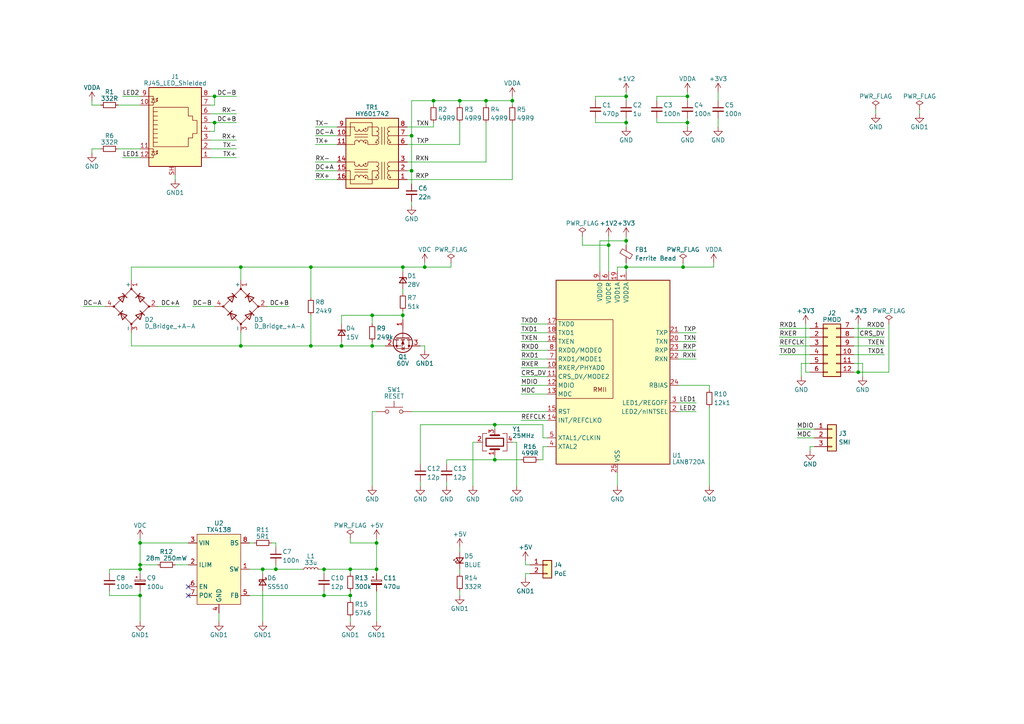
<source format=kicad_sch>
(kicad_sch (version 20211123) (generator eeschema)

  (uuid 899d320b-b9d1-4d02-a791-e25f36895c80)

  (paper "A4")

  

  (junction (at 101.6 172.72) (diameter 0) (color 0 0 0 0)
    (uuid 0c01ccb2-fc4e-4752-8470-11e978cbc851)
  )
  (junction (at 143.51 123.19) (diameter 0) (color 0 0 0 0)
    (uuid 0f25bad1-8575-4f91-bd0b-ac32dde5d13a)
  )
  (junction (at 40.64 163.83) (diameter 0) (color 0 0 0 0)
    (uuid 133448d6-c7ea-4e86-b45a-eb8d8b979d88)
  )
  (junction (at 181.61 35.56) (diameter 0) (color 0 0 0 0)
    (uuid 15894ab1-bd4d-4f61-a70d-bf72d5187cba)
  )
  (junction (at 181.61 69.85) (diameter 0) (color 0 0 0 0)
    (uuid 19410180-5644-4d72-b245-709f4a7a2a14)
  )
  (junction (at 140.97 29.21) (diameter 0) (color 0 0 0 0)
    (uuid 1b818b97-e308-4a58-8887-ef58f0a845a5)
  )
  (junction (at 181.61 77.47) (diameter 0) (color 0 0 0 0)
    (uuid 1c20785e-fb04-4dd3-9929-0c4bb762d951)
  )
  (junction (at 101.6 165.1) (diameter 0) (color 0 0 0 0)
    (uuid 217828e5-b538-41e4-9eb1-2d77546b779f)
  )
  (junction (at 90.17 100.33) (diameter 0) (color 0 0 0 0)
    (uuid 31fdd378-8fc1-4e5d-94c1-4c2429fff249)
  )
  (junction (at 62.23 35.56) (diameter 0) (color 0 0 0 0)
    (uuid 382f61a6-0cea-4ce3-a28e-0d6f41877b7d)
  )
  (junction (at 40.64 172.72) (diameter 0) (color 0 0 0 0)
    (uuid 38f32567-1fbd-4049-b690-1d4d88c8aac1)
  )
  (junction (at 69.85 77.47) (diameter 0) (color 0 0 0 0)
    (uuid 3b3b3b07-fdbe-4531-bba5-398f6b510699)
  )
  (junction (at 99.06 100.33) (diameter 0) (color 0 0 0 0)
    (uuid 3f8fbac5-7242-486f-a203-65541bed7d9d)
  )
  (junction (at 107.95 100.33) (diameter 0) (color 0 0 0 0)
    (uuid 58323567-fd84-41ae-81bf-72430a5a4b55)
  )
  (junction (at 199.39 27.94) (diameter 0) (color 0 0 0 0)
    (uuid 59427b98-753f-4ae5-b77c-87bd0367c9dd)
  )
  (junction (at 148.59 29.21) (diameter 0) (color 0 0 0 0)
    (uuid 59ff3b6e-b6cc-4d83-92d2-1c2cf7cd8b0a)
  )
  (junction (at 119.38 39.37) (diameter 0) (color 0 0 0 0)
    (uuid 60874b2c-abd3-4271-b80a-1abb34788742)
  )
  (junction (at 123.19 77.47) (diameter 0) (color 0 0 0 0)
    (uuid 655d2080-1720-49c6-94c5-fe9bbe5d5a92)
  )
  (junction (at 176.53 71.12) (diameter 0) (color 0 0 0 0)
    (uuid 6e8191cc-e243-4ab8-9ae2-f95637d40f35)
  )
  (junction (at 133.35 29.21) (diameter 0) (color 0 0 0 0)
    (uuid 727da737-c554-4f7e-bde2-b01ece6c052c)
  )
  (junction (at 198.12 77.47) (diameter 0) (color 0 0 0 0)
    (uuid 81940007-9579-40b3-beb6-23c029511b73)
  )
  (junction (at 199.39 35.56) (diameter 0) (color 0 0 0 0)
    (uuid 860c73b4-6a94-4e66-acbc-b6900b4d1d95)
  )
  (junction (at 107.95 91.44) (diameter 0) (color 0 0 0 0)
    (uuid 8872c9ab-4021-4bfd-82c4-ec2af1be244d)
  )
  (junction (at 93.98 165.1) (diameter 0) (color 0 0 0 0)
    (uuid 8947eae7-36c8-4f7a-ac20-a4b8a071b487)
  )
  (junction (at 69.85 100.33) (diameter 0) (color 0 0 0 0)
    (uuid 8b18c1ec-eba5-44b9-a0c4-38b8a3b19480)
  )
  (junction (at 80.01 165.1) (diameter 0) (color 0 0 0 0)
    (uuid a8ef8763-e9a9-4dd8-8d2e-96973f3caca6)
  )
  (junction (at 109.22 157.48) (diameter 0) (color 0 0 0 0)
    (uuid b0e60ca9-3ecd-4204-b460-bc1d8277ace0)
  )
  (junction (at 62.23 27.94) (diameter 0) (color 0 0 0 0)
    (uuid bd83f67d-58bc-4e83-8c8b-b81d3765a5ec)
  )
  (junction (at 93.98 172.72) (diameter 0) (color 0 0 0 0)
    (uuid beac2481-2ff0-40da-b497-237f108faeea)
  )
  (junction (at 125.73 29.21) (diameter 0) (color 0 0 0 0)
    (uuid cdaf9bd9-8074-4d73-81e7-38c8ec0604c1)
  )
  (junction (at 116.84 77.47) (diameter 0) (color 0 0 0 0)
    (uuid cdffe44e-d08b-4e5d-bf62-ab9cd69cfe02)
  )
  (junction (at 109.22 165.1) (diameter 0) (color 0 0 0 0)
    (uuid d545be2d-9010-417c-9de2-3683e3257a95)
  )
  (junction (at 248.92 107.95) (diameter 0) (color 0 0 0 0)
    (uuid da006413-aeba-467a-828c-9bf01f408bc3)
  )
  (junction (at 181.61 27.94) (diameter 0) (color 0 0 0 0)
    (uuid dc05f25d-ddca-4b4f-b8eb-8377228dad54)
  )
  (junction (at 143.51 133.35) (diameter 0) (color 0 0 0 0)
    (uuid e15ca59d-e11d-49a0-a11e-13b6fbd67079)
  )
  (junction (at 40.64 165.1) (diameter 0) (color 0 0 0 0)
    (uuid e42967d3-b045-42ac-8785-7417bc8c87e0)
  )
  (junction (at 90.17 77.47) (diameter 0) (color 0 0 0 0)
    (uuid e8524ec3-df16-46f3-ba1c-0fb25e3fb427)
  )
  (junction (at 40.64 157.48) (diameter 0) (color 0 0 0 0)
    (uuid ef32e201-8935-4270-a2a3-980e6676b023)
  )
  (junction (at 76.2 165.1) (diameter 0) (color 0 0 0 0)
    (uuid f09a9eb4-e930-4a1a-b80b-1c473567ef5c)
  )
  (junction (at 119.38 49.53) (diameter 0) (color 0 0 0 0)
    (uuid f2504780-b755-47f6-ae27-ada30d54441a)
  )
  (junction (at 116.84 91.44) (diameter 0) (color 0 0 0 0)
    (uuid fcd80a05-428d-432b-bb79-0373e8d03764)
  )

  (no_connect (at 54.61 172.72) (uuid 7bb274a4-6be2-4e7e-be3c-b481a1d61326))
  (no_connect (at 54.61 170.18) (uuid 7bb274a4-6be2-4e7e-be3c-b481a1d61327))

  (wire (pts (xy 121.92 134.62) (xy 121.92 123.19))
    (stroke (width 0) (type default) (color 0 0 0 0))
    (uuid 000da290-5709-499c-a72e-a2f84037e7ae)
  )
  (wire (pts (xy 129.54 139.7) (xy 129.54 140.97))
    (stroke (width 0) (type default) (color 0 0 0 0))
    (uuid 0120087f-4ef9-47d8-b5d0-c3799749040c)
  )
  (wire (pts (xy 60.96 45.72) (xy 68.58 45.72))
    (stroke (width 0) (type default) (color 0 0 0 0))
    (uuid 01ab6ba5-1473-4dc8-b38e-fad2e037a662)
  )
  (wire (pts (xy 148.59 29.21) (xy 148.59 30.48))
    (stroke (width 0) (type default) (color 0 0 0 0))
    (uuid 02cae3ef-920d-4169-a693-c765eef1e6ff)
  )
  (wire (pts (xy 236.22 129.54) (xy 234.95 129.54))
    (stroke (width 0) (type default) (color 0 0 0 0))
    (uuid 02cf2e7b-9ec9-4695-ae36-4a51936c6cfe)
  )
  (wire (pts (xy 40.64 171.45) (xy 40.64 172.72))
    (stroke (width 0) (type default) (color 0 0 0 0))
    (uuid 0422de0f-2bb4-4184-8893-b116265d3809)
  )
  (wire (pts (xy 24.13 88.9) (xy 30.48 88.9))
    (stroke (width 0) (type default) (color 0 0 0 0))
    (uuid 0681afff-2588-4806-b08e-36d9290ccb04)
  )
  (wire (pts (xy 101.6 172.72) (xy 101.6 173.99))
    (stroke (width 0) (type default) (color 0 0 0 0))
    (uuid 06c13c32-a27f-451f-b402-b59b54fcc1ab)
  )
  (wire (pts (xy 45.72 88.9) (xy 52.07 88.9))
    (stroke (width 0) (type default) (color 0 0 0 0))
    (uuid 0816fed0-a50f-450a-b823-0eb8c2f46e79)
  )
  (wire (pts (xy 157.48 129.54) (xy 157.48 133.35))
    (stroke (width 0) (type default) (color 0 0 0 0))
    (uuid 0ab01cf7-decb-4eaf-a71d-63a8eb6a2a3f)
  )
  (wire (pts (xy 140.97 29.21) (xy 148.59 29.21))
    (stroke (width 0) (type default) (color 0 0 0 0))
    (uuid 0b1c64c5-cf2f-4770-b28b-8cff392f5d21)
  )
  (wire (pts (xy 60.96 33.02) (xy 68.58 33.02))
    (stroke (width 0) (type default) (color 0 0 0 0))
    (uuid 0bdd989b-4e5d-46e5-8979-0eeb71a4e755)
  )
  (wire (pts (xy 116.84 83.82) (xy 116.84 85.09))
    (stroke (width 0) (type default) (color 0 0 0 0))
    (uuid 0bfc1201-6df4-474f-84dd-8896b65351d3)
  )
  (wire (pts (xy 133.35 165.1) (xy 133.35 166.37))
    (stroke (width 0) (type default) (color 0 0 0 0))
    (uuid 0d77c0e1-b93c-4782-90c8-f4effa29bbe8)
  )
  (wire (pts (xy 63.5 177.8) (xy 63.5 180.34))
    (stroke (width 0) (type default) (color 0 0 0 0))
    (uuid 0e6dc00b-7780-4404-ae1c-315fd46a5852)
  )
  (wire (pts (xy 26.67 43.18) (xy 29.21 43.18))
    (stroke (width 0) (type default) (color 0 0 0 0))
    (uuid 0f496031-2ff0-49c7-8dd9-cd2f6e57a378)
  )
  (wire (pts (xy 118.11 41.91) (xy 133.35 41.91))
    (stroke (width 0) (type default) (color 0 0 0 0))
    (uuid 10189dcf-d05e-4b70-93c3-1ae0d910f2ed)
  )
  (wire (pts (xy 31.75 166.37) (xy 31.75 165.1))
    (stroke (width 0) (type default) (color 0 0 0 0))
    (uuid 10712a08-77c8-4df7-995b-90e71af6b177)
  )
  (wire (pts (xy 125.73 30.48) (xy 125.73 29.21))
    (stroke (width 0) (type default) (color 0 0 0 0))
    (uuid 1164db46-2f8d-4055-8e0d-f3e8b5270fc4)
  )
  (wire (pts (xy 119.38 29.21) (xy 119.38 39.37))
    (stroke (width 0) (type default) (color 0 0 0 0))
    (uuid 168f5ae0-e7b6-44b4-a085-d2891d184c72)
  )
  (wire (pts (xy 233.68 107.95) (xy 234.95 107.95))
    (stroke (width 0) (type default) (color 0 0 0 0))
    (uuid 16b81d1d-3ff8-4479-9ef4-8d25d7c73d6e)
  )
  (wire (pts (xy 91.44 36.83) (xy 97.79 36.83))
    (stroke (width 0) (type default) (color 0 0 0 0))
    (uuid 1871e3dc-8ded-4ef7-baa8-8b459678310d)
  )
  (wire (pts (xy 190.5 27.94) (xy 199.39 27.94))
    (stroke (width 0) (type default) (color 0 0 0 0))
    (uuid 1a1f12fa-dab7-422e-8750-28a76d20d60b)
  )
  (wire (pts (xy 90.17 100.33) (xy 99.06 100.33))
    (stroke (width 0) (type default) (color 0 0 0 0))
    (uuid 1b683a0f-453e-41f3-a208-39dbdc81b62f)
  )
  (wire (pts (xy 130.81 76.2) (xy 130.81 77.47))
    (stroke (width 0) (type default) (color 0 0 0 0))
    (uuid 1c289712-ba8e-44bf-a517-d059bd770989)
  )
  (wire (pts (xy 179.07 78.74) (xy 179.07 77.47))
    (stroke (width 0) (type default) (color 0 0 0 0))
    (uuid 1d272ae1-868b-4f38-b42c-efa0964726d0)
  )
  (wire (pts (xy 199.39 34.29) (xy 199.39 35.56))
    (stroke (width 0) (type default) (color 0 0 0 0))
    (uuid 1d7180ba-e42d-462e-8b4a-8394f0521c37)
  )
  (wire (pts (xy 151.13 96.52) (xy 158.75 96.52))
    (stroke (width 0) (type default) (color 0 0 0 0))
    (uuid 1e627a5f-e264-4146-ac3a-36be1023e7ef)
  )
  (wire (pts (xy 101.6 165.1) (xy 101.6 166.37))
    (stroke (width 0) (type default) (color 0 0 0 0))
    (uuid 1f0b9ac0-2411-43cf-ab94-035a58379518)
  )
  (wire (pts (xy 173.99 69.85) (xy 181.61 69.85))
    (stroke (width 0) (type default) (color 0 0 0 0))
    (uuid 206b9ccc-a90b-4753-8e99-af8db5fc469b)
  )
  (wire (pts (xy 247.65 100.33) (xy 256.54 100.33))
    (stroke (width 0) (type default) (color 0 0 0 0))
    (uuid 22158654-5324-4540-9d57-bb3f58e50410)
  )
  (wire (pts (xy 38.1 96.52) (xy 38.1 100.33))
    (stroke (width 0) (type default) (color 0 0 0 0))
    (uuid 22c9dd39-cfcd-49e7-983f-9bcf703099bb)
  )
  (wire (pts (xy 76.2 165.1) (xy 80.01 165.1))
    (stroke (width 0) (type default) (color 0 0 0 0))
    (uuid 22efcb67-9ea4-432c-8c4e-95cc61b1c302)
  )
  (wire (pts (xy 137.16 128.27) (xy 137.16 140.97))
    (stroke (width 0) (type default) (color 0 0 0 0))
    (uuid 2317a26d-524b-4276-b53b-6efd275841fa)
  )
  (wire (pts (xy 248.92 107.95) (xy 247.65 107.95))
    (stroke (width 0) (type default) (color 0 0 0 0))
    (uuid 24d4d041-09f7-4e5f-804d-f8929ed4cbe0)
  )
  (wire (pts (xy 60.96 38.1) (xy 62.23 38.1))
    (stroke (width 0) (type default) (color 0 0 0 0))
    (uuid 273fade3-418e-43b8-be0f-da8fc389b15c)
  )
  (wire (pts (xy 148.59 128.27) (xy 149.86 128.27))
    (stroke (width 0) (type default) (color 0 0 0 0))
    (uuid 29ee52f4-00d2-4fd9-a8af-40f15258b38d)
  )
  (wire (pts (xy 151.13 114.3) (xy 158.75 114.3))
    (stroke (width 0) (type default) (color 0 0 0 0))
    (uuid 2b84a3ab-6449-438c-b016-fbe892a179ff)
  )
  (wire (pts (xy 208.28 26.67) (xy 208.28 29.21))
    (stroke (width 0) (type default) (color 0 0 0 0))
    (uuid 2b9e9baf-afa5-488e-953d-3ac0255f62ec)
  )
  (wire (pts (xy 190.5 35.56) (xy 199.39 35.56))
    (stroke (width 0) (type default) (color 0 0 0 0))
    (uuid 2ccfcf0b-4497-4548-80e7-65c3328a374e)
  )
  (wire (pts (xy 76.2 165.1) (xy 76.2 166.37))
    (stroke (width 0) (type default) (color 0 0 0 0))
    (uuid 2cd190db-856f-4d7e-840a-a2ad0075fade)
  )
  (wire (pts (xy 152.4 167.64) (xy 152.4 166.37))
    (stroke (width 0) (type default) (color 0 0 0 0))
    (uuid 2dbe963a-ec29-4d81-bc13-80756b83df52)
  )
  (wire (pts (xy 69.85 100.33) (xy 90.17 100.33))
    (stroke (width 0) (type default) (color 0 0 0 0))
    (uuid 2eddaf47-67d6-41a2-a305-6899972e14e8)
  )
  (wire (pts (xy 38.1 100.33) (xy 69.85 100.33))
    (stroke (width 0) (type default) (color 0 0 0 0))
    (uuid 31ce759c-3900-4151-8ed8-b3018b5e05fb)
  )
  (wire (pts (xy 205.74 118.11) (xy 205.74 140.97))
    (stroke (width 0) (type default) (color 0 0 0 0))
    (uuid 3215d6eb-b103-431f-92a5-47fd5cbb5b89)
  )
  (wire (pts (xy 101.6 156.21) (xy 101.6 157.48))
    (stroke (width 0) (type default) (color 0 0 0 0))
    (uuid 32195fdc-3659-454c-ba14-61185d21a8dc)
  )
  (wire (pts (xy 125.73 36.83) (xy 125.73 35.56))
    (stroke (width 0) (type default) (color 0 0 0 0))
    (uuid 32c71118-7c96-4fba-bd2b-5a93e2043314)
  )
  (wire (pts (xy 196.85 99.06) (xy 201.93 99.06))
    (stroke (width 0) (type default) (color 0 0 0 0))
    (uuid 32c71af0-784a-42e3-817e-4f9fb371f4b5)
  )
  (wire (pts (xy 205.74 111.76) (xy 205.74 113.03))
    (stroke (width 0) (type default) (color 0 0 0 0))
    (uuid 332f5a6c-b81b-48cd-b634-58908c9905e0)
  )
  (wire (pts (xy 119.38 119.38) (xy 158.75 119.38))
    (stroke (width 0) (type default) (color 0 0 0 0))
    (uuid 3552ebbd-475f-4323-8596-ae0778d8771f)
  )
  (wire (pts (xy 176.53 71.12) (xy 176.53 78.74))
    (stroke (width 0) (type default) (color 0 0 0 0))
    (uuid 35589388-dfa8-4895-a448-2bf968e65b78)
  )
  (wire (pts (xy 40.64 163.83) (xy 45.72 163.83))
    (stroke (width 0) (type default) (color 0 0 0 0))
    (uuid 358c55b2-2bf5-496e-b337-6d1f31bcfe12)
  )
  (wire (pts (xy 143.51 132.08) (xy 143.51 133.35))
    (stroke (width 0) (type default) (color 0 0 0 0))
    (uuid 35effd3d-a409-4610-9020-69db229b7f99)
  )
  (wire (pts (xy 248.92 93.98) (xy 248.92 107.95))
    (stroke (width 0) (type default) (color 0 0 0 0))
    (uuid 3859ac57-9fe0-4852-9248-bd36024bbbb8)
  )
  (wire (pts (xy 35.56 27.94) (xy 40.64 27.94))
    (stroke (width 0) (type default) (color 0 0 0 0))
    (uuid 38f51f2d-b146-44c9-a702-0b74931051d1)
  )
  (wire (pts (xy 226.06 102.87) (xy 234.95 102.87))
    (stroke (width 0) (type default) (color 0 0 0 0))
    (uuid 39a9b8b9-764c-4af0-bcaa-380f94b129d5)
  )
  (wire (pts (xy 55.88 88.9) (xy 62.23 88.9))
    (stroke (width 0) (type default) (color 0 0 0 0))
    (uuid 3da890cc-9292-41fe-9081-e8cf6d3aebb8)
  )
  (wire (pts (xy 198.12 77.47) (xy 181.61 77.47))
    (stroke (width 0) (type default) (color 0 0 0 0))
    (uuid 3deb49cc-f214-43f5-acf4-523d01597e01)
  )
  (wire (pts (xy 107.95 99.06) (xy 107.95 100.33))
    (stroke (width 0) (type default) (color 0 0 0 0))
    (uuid 3e0c254c-eb0c-4d3d-a3a7-06ca67b30234)
  )
  (wire (pts (xy 190.5 29.21) (xy 190.5 27.94))
    (stroke (width 0) (type default) (color 0 0 0 0))
    (uuid 3f1e1c20-8e3f-4178-b8d4-7fb769ebe280)
  )
  (wire (pts (xy 72.39 172.72) (xy 93.98 172.72))
    (stroke (width 0) (type default) (color 0 0 0 0))
    (uuid 4112e398-d70d-42a5-8206-37082a416b4b)
  )
  (wire (pts (xy 196.85 104.14) (xy 201.93 104.14))
    (stroke (width 0) (type default) (color 0 0 0 0))
    (uuid 4172b177-64f0-4bc3-bdfe-15c25261f8f3)
  )
  (wire (pts (xy 233.68 93.98) (xy 233.68 107.95))
    (stroke (width 0) (type default) (color 0 0 0 0))
    (uuid 43ffd6ea-a3cb-448b-98a5-d18e026119d7)
  )
  (wire (pts (xy 181.61 34.29) (xy 181.61 35.56))
    (stroke (width 0) (type default) (color 0 0 0 0))
    (uuid 4444a521-ac0e-4b22-af15-acd7fa8bc620)
  )
  (wire (pts (xy 125.73 29.21) (xy 119.38 29.21))
    (stroke (width 0) (type default) (color 0 0 0 0))
    (uuid 4488a476-d062-4205-94ba-e8cc3ad0fa82)
  )
  (wire (pts (xy 196.85 96.52) (xy 201.93 96.52))
    (stroke (width 0) (type default) (color 0 0 0 0))
    (uuid 46713112-58dc-4b5d-b49d-812755b5097d)
  )
  (wire (pts (xy 38.1 77.47) (xy 38.1 81.28))
    (stroke (width 0) (type default) (color 0 0 0 0))
    (uuid 47870c19-cd80-4a86-a345-679b0af37307)
  )
  (wire (pts (xy 133.35 158.75) (xy 133.35 160.02))
    (stroke (width 0) (type default) (color 0 0 0 0))
    (uuid 47fe13ad-9327-4a2e-912e-c57923d3617b)
  )
  (wire (pts (xy 118.11 39.37) (xy 119.38 39.37))
    (stroke (width 0) (type default) (color 0 0 0 0))
    (uuid 49443947-6819-478c-ad40-3c46cf4ed8da)
  )
  (wire (pts (xy 26.67 29.21) (xy 26.67 30.48))
    (stroke (width 0) (type default) (color 0 0 0 0))
    (uuid 4970a58b-27d4-4cd5-93dd-b4e1285cf509)
  )
  (wire (pts (xy 158.75 129.54) (xy 157.48 129.54))
    (stroke (width 0) (type default) (color 0 0 0 0))
    (uuid 49d156ae-1230-4d87-a4d0-e460c01b2221)
  )
  (wire (pts (xy 123.19 76.2) (xy 123.19 77.47))
    (stroke (width 0) (type default) (color 0 0 0 0))
    (uuid 4a41f913-5024-4fd1-b56c-4b02cec9ed86)
  )
  (wire (pts (xy 143.51 133.35) (xy 151.13 133.35))
    (stroke (width 0) (type default) (color 0 0 0 0))
    (uuid 4ad0c743-4a26-4fc6-b536-3e58842c568d)
  )
  (wire (pts (xy 40.64 157.48) (xy 54.61 157.48))
    (stroke (width 0) (type default) (color 0 0 0 0))
    (uuid 4d5d2f66-2c87-49c9-984b-567cbf582ead)
  )
  (wire (pts (xy 148.59 27.94) (xy 148.59 29.21))
    (stroke (width 0) (type default) (color 0 0 0 0))
    (uuid 4db9f575-b56f-4e6c-b602-97fafc4760c5)
  )
  (wire (pts (xy 90.17 100.33) (xy 90.17 91.44))
    (stroke (width 0) (type default) (color 0 0 0 0))
    (uuid 4fa04e6a-3614-4887-9848-1521a47318b0)
  )
  (wire (pts (xy 119.38 49.53) (xy 119.38 53.34))
    (stroke (width 0) (type default) (color 0 0 0 0))
    (uuid 50b9d51c-f87d-424c-a326-af269137982e)
  )
  (wire (pts (xy 91.44 39.37) (xy 97.79 39.37))
    (stroke (width 0) (type default) (color 0 0 0 0))
    (uuid 50ddc7c4-fb41-414d-acee-60d7fb4ee597)
  )
  (wire (pts (xy 60.96 40.64) (xy 68.58 40.64))
    (stroke (width 0) (type default) (color 0 0 0 0))
    (uuid 513ea9bb-fa7c-4e95-9995-868daa1ab711)
  )
  (wire (pts (xy 172.72 35.56) (xy 181.61 35.56))
    (stroke (width 0) (type default) (color 0 0 0 0))
    (uuid 52420868-7bcc-4e8c-8fec-e4e270833b31)
  )
  (wire (pts (xy 181.61 77.47) (xy 181.61 78.74))
    (stroke (width 0) (type default) (color 0 0 0 0))
    (uuid 53f41b5a-fb6d-4313-9572-ac0337715b25)
  )
  (wire (pts (xy 266.7 31.75) (xy 266.7 33.02))
    (stroke (width 0) (type default) (color 0 0 0 0))
    (uuid 5604f0bc-df9b-427d-abd2-761c261a4377)
  )
  (wire (pts (xy 176.53 68.58) (xy 176.53 71.12))
    (stroke (width 0) (type default) (color 0 0 0 0))
    (uuid 56b58c4b-ed8b-4ded-aefd-f24ea5ed0a86)
  )
  (wire (pts (xy 116.84 91.44) (xy 116.84 90.17))
    (stroke (width 0) (type default) (color 0 0 0 0))
    (uuid 5817b3e4-1f7f-4370-b7b2-a315c7b28efd)
  )
  (wire (pts (xy 133.35 171.45) (xy 133.35 172.72))
    (stroke (width 0) (type default) (color 0 0 0 0))
    (uuid 586cec7e-ced7-42e8-b9b1-0d72c6f00c7e)
  )
  (wire (pts (xy 60.96 35.56) (xy 62.23 35.56))
    (stroke (width 0) (type default) (color 0 0 0 0))
    (uuid 58855dbc-160d-473a-87e2-b1bd61127efc)
  )
  (wire (pts (xy 151.13 106.68) (xy 158.75 106.68))
    (stroke (width 0) (type default) (color 0 0 0 0))
    (uuid 59f24b45-2827-4e14-8e2c-a79fa16a8875)
  )
  (wire (pts (xy 123.19 77.47) (xy 116.84 77.47))
    (stroke (width 0) (type default) (color 0 0 0 0))
    (uuid 5b64e516-94ec-4659-8ad7-348568eada22)
  )
  (wire (pts (xy 257.81 107.95) (xy 248.92 107.95))
    (stroke (width 0) (type default) (color 0 0 0 0))
    (uuid 5b7a5cdd-0c42-4a63-a66c-fca56a054a68)
  )
  (wire (pts (xy 116.84 91.44) (xy 116.84 92.71))
    (stroke (width 0) (type default) (color 0 0 0 0))
    (uuid 5bed8d16-24ff-43eb-b69e-f37f705f021d)
  )
  (wire (pts (xy 125.73 29.21) (xy 133.35 29.21))
    (stroke (width 0) (type default) (color 0 0 0 0))
    (uuid 5f6ee1d4-676c-4e0e-8efe-2ebb0653117d)
  )
  (wire (pts (xy 60.96 43.18) (xy 68.58 43.18))
    (stroke (width 0) (type default) (color 0 0 0 0))
    (uuid 5ff800ae-bc3a-43af-9bc9-4f0751eb7795)
  )
  (wire (pts (xy 123.19 77.47) (xy 130.81 77.47))
    (stroke (width 0) (type default) (color 0 0 0 0))
    (uuid 6027e141-d68d-41d7-844d-c7edde9d1b5c)
  )
  (wire (pts (xy 93.98 172.72) (xy 101.6 172.72))
    (stroke (width 0) (type default) (color 0 0 0 0))
    (uuid 60c67174-4eb8-43b4-9839-08c3f184cd9d)
  )
  (wire (pts (xy 31.75 171.45) (xy 31.75 172.72))
    (stroke (width 0) (type default) (color 0 0 0 0))
    (uuid 6101c821-56c8-4d98-a5b8-3e2d233fb9ee)
  )
  (wire (pts (xy 226.06 95.25) (xy 234.95 95.25))
    (stroke (width 0) (type default) (color 0 0 0 0))
    (uuid 628ba343-45d8-4114-b789-1fedb3a7f7b8)
  )
  (wire (pts (xy 151.13 111.76) (xy 158.75 111.76))
    (stroke (width 0) (type default) (color 0 0 0 0))
    (uuid 639e134b-061f-4088-a86b-159ba979c9a4)
  )
  (wire (pts (xy 99.06 91.44) (xy 107.95 91.44))
    (stroke (width 0) (type default) (color 0 0 0 0))
    (uuid 63c494bd-1e9d-47d4-8661-757d8fce81af)
  )
  (wire (pts (xy 133.35 41.91) (xy 133.35 35.56))
    (stroke (width 0) (type default) (color 0 0 0 0))
    (uuid 662836da-a72e-4cb2-ad3e-bed46b4cd5ad)
  )
  (wire (pts (xy 107.95 119.38) (xy 109.22 119.38))
    (stroke (width 0) (type default) (color 0 0 0 0))
    (uuid 666432cc-bab6-4c72-96db-fc673db723b2)
  )
  (wire (pts (xy 168.91 68.58) (xy 168.91 71.12))
    (stroke (width 0) (type default) (color 0 0 0 0))
    (uuid 66ec1dc1-1b33-4770-9260-44669b3cce42)
  )
  (wire (pts (xy 196.85 119.38) (xy 201.93 119.38))
    (stroke (width 0) (type default) (color 0 0 0 0))
    (uuid 674a288b-afaa-435d-a47b-e46940f4de48)
  )
  (wire (pts (xy 35.56 45.72) (xy 40.64 45.72))
    (stroke (width 0) (type default) (color 0 0 0 0))
    (uuid 6b11212c-fe12-445e-b5ad-5b18bc8370f7)
  )
  (wire (pts (xy 247.65 95.25) (xy 256.54 95.25))
    (stroke (width 0) (type default) (color 0 0 0 0))
    (uuid 6be792a2-a980-45d0-b668-8c22d3f5b36b)
  )
  (wire (pts (xy 101.6 171.45) (xy 101.6 172.72))
    (stroke (width 0) (type default) (color 0 0 0 0))
    (uuid 6ea85d43-ec0a-41e6-9e11-6ab6f1eb11f9)
  )
  (wire (pts (xy 109.22 157.48) (xy 109.22 165.1))
    (stroke (width 0) (type default) (color 0 0 0 0))
    (uuid 70658158-13fe-4219-a6ca-4ee68fe06219)
  )
  (wire (pts (xy 26.67 44.45) (xy 26.67 43.18))
    (stroke (width 0) (type default) (color 0 0 0 0))
    (uuid 71c8c057-5172-40da-a498-ef22b4f7f110)
  )
  (wire (pts (xy 116.84 77.47) (xy 116.84 78.74))
    (stroke (width 0) (type default) (color 0 0 0 0))
    (uuid 72992a46-cd40-4ead-8b1c-d67415fff3b1)
  )
  (wire (pts (xy 152.4 166.37) (xy 153.67 166.37))
    (stroke (width 0) (type default) (color 0 0 0 0))
    (uuid 7332e484-b28a-4f6a-85b1-ed0a5916bb41)
  )
  (wire (pts (xy 91.44 52.07) (xy 97.79 52.07))
    (stroke (width 0) (type default) (color 0 0 0 0))
    (uuid 74b35314-5c84-4655-b6b3-4be705c4c218)
  )
  (wire (pts (xy 121.92 123.19) (xy 143.51 123.19))
    (stroke (width 0) (type default) (color 0 0 0 0))
    (uuid 76aa3042-6205-401a-8139-73eaa4b8ffea)
  )
  (wire (pts (xy 69.85 77.47) (xy 90.17 77.47))
    (stroke (width 0) (type default) (color 0 0 0 0))
    (uuid 776421db-7df1-40c7-9ca8-a0e2f1ca0a27)
  )
  (wire (pts (xy 62.23 38.1) (xy 62.23 35.56))
    (stroke (width 0) (type default) (color 0 0 0 0))
    (uuid 79ea482a-2804-479c-b2c3-1ffc3d14f26b)
  )
  (wire (pts (xy 198.12 76.2) (xy 198.12 77.47))
    (stroke (width 0) (type default) (color 0 0 0 0))
    (uuid 7d0c321d-7728-4f1f-b20a-05fef6f69425)
  )
  (wire (pts (xy 118.11 49.53) (xy 119.38 49.53))
    (stroke (width 0) (type default) (color 0 0 0 0))
    (uuid 7f471254-0418-428d-ad54-95bb95d8e935)
  )
  (wire (pts (xy 143.51 123.19) (xy 143.51 124.46))
    (stroke (width 0) (type default) (color 0 0 0 0))
    (uuid 80a4c1fc-078c-4156-bcac-defe8b2d4b2c)
  )
  (wire (pts (xy 80.01 163.83) (xy 80.01 165.1))
    (stroke (width 0) (type default) (color 0 0 0 0))
    (uuid 817a8c69-7e80-4851-823e-ed726b848dc0)
  )
  (wire (pts (xy 60.96 30.48) (xy 62.23 30.48))
    (stroke (width 0) (type default) (color 0 0 0 0))
    (uuid 82b7a357-e2fc-4392-b04c-e8ba2fa90dc5)
  )
  (wire (pts (xy 101.6 179.07) (xy 101.6 180.34))
    (stroke (width 0) (type default) (color 0 0 0 0))
    (uuid 83c5ec07-d7c7-4150-97ef-a08b3008cd9a)
  )
  (wire (pts (xy 69.85 96.52) (xy 69.85 100.33))
    (stroke (width 0) (type default) (color 0 0 0 0))
    (uuid 84983548-1de8-4b83-afc3-1a4a1a5d932b)
  )
  (wire (pts (xy 93.98 165.1) (xy 101.6 165.1))
    (stroke (width 0) (type default) (color 0 0 0 0))
    (uuid 857899e0-eb45-4379-ad16-f2a7b0e10b39)
  )
  (wire (pts (xy 196.85 101.6) (xy 201.93 101.6))
    (stroke (width 0) (type default) (color 0 0 0 0))
    (uuid 869b9ee4-7658-44ad-be98-c0fd14691621)
  )
  (wire (pts (xy 50.8 50.8) (xy 50.8 52.07))
    (stroke (width 0) (type default) (color 0 0 0 0))
    (uuid 8799b2db-f2f6-4edb-8854-b8b3adc369b1)
  )
  (wire (pts (xy 26.67 30.48) (xy 29.21 30.48))
    (stroke (width 0) (type default) (color 0 0 0 0))
    (uuid 8818d864-4828-41c9-b288-b82a1413805e)
  )
  (wire (pts (xy 62.23 30.48) (xy 62.23 27.94))
    (stroke (width 0) (type default) (color 0 0 0 0))
    (uuid 88bed0c3-2fdd-4082-bd7f-7c9c2b754109)
  )
  (wire (pts (xy 196.85 111.76) (xy 205.74 111.76))
    (stroke (width 0) (type default) (color 0 0 0 0))
    (uuid 8c4ed844-7dcd-4203-8e6f-90ae1a1f80ce)
  )
  (wire (pts (xy 172.72 27.94) (xy 181.61 27.94))
    (stroke (width 0) (type default) (color 0 0 0 0))
    (uuid 8d0705ec-32fa-42cd-9ad3-3ca1ae994918)
  )
  (wire (pts (xy 199.39 26.67) (xy 199.39 27.94))
    (stroke (width 0) (type default) (color 0 0 0 0))
    (uuid 8dea701b-dd5e-47be-8812-ecef09e0d9ae)
  )
  (wire (pts (xy 40.64 165.1) (xy 40.64 163.83))
    (stroke (width 0) (type default) (color 0 0 0 0))
    (uuid 8e4a27fe-81be-403c-acef-149a18eb1cd1)
  )
  (wire (pts (xy 232.41 105.41) (xy 232.41 109.22))
    (stroke (width 0) (type default) (color 0 0 0 0))
    (uuid 8f3a3e06-98ff-4ae7-8b16-491b49b70c80)
  )
  (wire (pts (xy 91.44 41.91) (xy 97.79 41.91))
    (stroke (width 0) (type default) (color 0 0 0 0))
    (uuid 94564915-f8c7-42cd-97ff-a9fb322de635)
  )
  (wire (pts (xy 181.61 27.94) (xy 181.61 29.21))
    (stroke (width 0) (type default) (color 0 0 0 0))
    (uuid 9562995c-b680-40b3-bf6a-8150b678dd85)
  )
  (wire (pts (xy 133.35 29.21) (xy 133.35 30.48))
    (stroke (width 0) (type default) (color 0 0 0 0))
    (uuid 95d5f247-0bb1-4a9d-ba0b-e4ad715e26f4)
  )
  (wire (pts (xy 181.61 76.2) (xy 181.61 77.47))
    (stroke (width 0) (type default) (color 0 0 0 0))
    (uuid 9722313a-ad7d-4f9f-8f37-ea57be7e0d8b)
  )
  (wire (pts (xy 129.54 133.35) (xy 143.51 133.35))
    (stroke (width 0) (type default) (color 0 0 0 0))
    (uuid 990cfe35-083c-4908-bdd0-e6374d05916e)
  )
  (wire (pts (xy 50.8 163.83) (xy 54.61 163.83))
    (stroke (width 0) (type default) (color 0 0 0 0))
    (uuid 99b29df8-070f-4122-8808-fdf4690480aa)
  )
  (wire (pts (xy 208.28 34.29) (xy 208.28 36.83))
    (stroke (width 0) (type default) (color 0 0 0 0))
    (uuid 9a7ab643-5e73-42db-b36e-25927acbf942)
  )
  (wire (pts (xy 181.61 69.85) (xy 181.61 71.12))
    (stroke (width 0) (type default) (color 0 0 0 0))
    (uuid 9b5d8cea-89c1-4eea-8231-7068ec144a28)
  )
  (wire (pts (xy 90.17 86.36) (xy 90.17 77.47))
    (stroke (width 0) (type default) (color 0 0 0 0))
    (uuid 9b7d259e-e079-4076-8348-02053d8d650c)
  )
  (wire (pts (xy 109.22 171.45) (xy 109.22 180.34))
    (stroke (width 0) (type default) (color 0 0 0 0))
    (uuid 9d68d3e2-bd80-48df-872b-cacbe0468775)
  )
  (wire (pts (xy 107.95 91.44) (xy 116.84 91.44))
    (stroke (width 0) (type default) (color 0 0 0 0))
    (uuid 9ec41179-571d-4334-8a87-e13ed0903b29)
  )
  (wire (pts (xy 121.92 139.7) (xy 121.92 140.97))
    (stroke (width 0) (type default) (color 0 0 0 0))
    (uuid 9efdb609-88d0-4e6b-b18a-44269a4155c5)
  )
  (wire (pts (xy 151.13 121.92) (xy 158.75 121.92))
    (stroke (width 0) (type default) (color 0 0 0 0))
    (uuid 9f317b9d-af33-4b83-99c0-45b097664740)
  )
  (wire (pts (xy 80.01 157.48) (xy 80.01 158.75))
    (stroke (width 0) (type default) (color 0 0 0 0))
    (uuid 9fbcacf4-33b9-47a7-880c-f913af13d213)
  )
  (wire (pts (xy 80.01 165.1) (xy 87.63 165.1))
    (stroke (width 0) (type default) (color 0 0 0 0))
    (uuid a082856d-e927-4028-9e81-04ad63c4dea3)
  )
  (wire (pts (xy 234.95 105.41) (xy 232.41 105.41))
    (stroke (width 0) (type default) (color 0 0 0 0))
    (uuid a1ec949f-b55c-4ec0-919e-37c3eb0ace85)
  )
  (wire (pts (xy 156.21 133.35) (xy 157.48 133.35))
    (stroke (width 0) (type default) (color 0 0 0 0))
    (uuid a379d55c-35e9-4f6a-9b25-5190486db1c4)
  )
  (wire (pts (xy 250.19 105.41) (xy 250.19 109.22))
    (stroke (width 0) (type default) (color 0 0 0 0))
    (uuid a37ab19a-cdda-40f1-b72e-69e6e3228568)
  )
  (wire (pts (xy 181.61 68.58) (xy 181.61 69.85))
    (stroke (width 0) (type default) (color 0 0 0 0))
    (uuid a46ad0a2-f472-42ab-8653-150d4f366e56)
  )
  (wire (pts (xy 31.75 172.72) (xy 40.64 172.72))
    (stroke (width 0) (type default) (color 0 0 0 0))
    (uuid a51fd5d9-30a1-4e51-ae63-6abab8f385b0)
  )
  (wire (pts (xy 138.43 128.27) (xy 137.16 128.27))
    (stroke (width 0) (type default) (color 0 0 0 0))
    (uuid a56399dc-1386-4870-9ea4-08b90a204580)
  )
  (wire (pts (xy 168.91 71.12) (xy 176.53 71.12))
    (stroke (width 0) (type default) (color 0 0 0 0))
    (uuid a56b3e28-4ee7-4c63-8ad3-581592cfbfcc)
  )
  (wire (pts (xy 109.22 156.21) (xy 109.22 157.48))
    (stroke (width 0) (type default) (color 0 0 0 0))
    (uuid a5782bd0-a10f-452a-9e71-504428e47b9d)
  )
  (wire (pts (xy 92.71 165.1) (xy 93.98 165.1))
    (stroke (width 0) (type default) (color 0 0 0 0))
    (uuid a77d72f3-9615-4e24-8482-5b96ad39b916)
  )
  (wire (pts (xy 157.48 127) (xy 157.48 123.19))
    (stroke (width 0) (type default) (color 0 0 0 0))
    (uuid a7ae0e7e-c8b7-4251-a673-dd21a3775a6a)
  )
  (wire (pts (xy 149.86 128.27) (xy 149.86 140.97))
    (stroke (width 0) (type default) (color 0 0 0 0))
    (uuid a86b44f1-31e0-40da-9da9-618b3d26a4d4)
  )
  (wire (pts (xy 119.38 58.42) (xy 119.38 59.69))
    (stroke (width 0) (type default) (color 0 0 0 0))
    (uuid aa61c91c-abb5-4af4-abcb-193247d912d6)
  )
  (wire (pts (xy 133.35 29.21) (xy 140.97 29.21))
    (stroke (width 0) (type default) (color 0 0 0 0))
    (uuid aa851d7e-9245-4e72-a2f2-2e98100adebe)
  )
  (wire (pts (xy 118.11 46.99) (xy 140.97 46.99))
    (stroke (width 0) (type default) (color 0 0 0 0))
    (uuid ac1064e9-df41-45b1-87b2-d8c99e27d4a8)
  )
  (wire (pts (xy 72.39 165.1) (xy 76.2 165.1))
    (stroke (width 0) (type default) (color 0 0 0 0))
    (uuid ad96d36c-8246-426e-bae8-43d976a478e4)
  )
  (wire (pts (xy 247.65 97.79) (xy 256.54 97.79))
    (stroke (width 0) (type default) (color 0 0 0 0))
    (uuid ada9eedc-9766-497d-812a-ff17a18a80a7)
  )
  (wire (pts (xy 90.17 77.47) (xy 116.84 77.47))
    (stroke (width 0) (type default) (color 0 0 0 0))
    (uuid aeedd6d2-ca70-47a3-add7-022aac7a4e71)
  )
  (wire (pts (xy 196.85 116.84) (xy 201.93 116.84))
    (stroke (width 0) (type default) (color 0 0 0 0))
    (uuid af71d2b5-8e37-44e9-b401-510a33f5c4e0)
  )
  (wire (pts (xy 40.64 156.21) (xy 40.64 157.48))
    (stroke (width 0) (type default) (color 0 0 0 0))
    (uuid afa24a82-ca53-4cc5-b789-29fa958374d5)
  )
  (wire (pts (xy 72.39 157.48) (xy 73.66 157.48))
    (stroke (width 0) (type default) (color 0 0 0 0))
    (uuid b17e7a68-038f-4317-babe-d301b0e4a3f3)
  )
  (wire (pts (xy 231.14 127) (xy 236.22 127))
    (stroke (width 0) (type default) (color 0 0 0 0))
    (uuid b18dfe05-0c03-4b5d-bd9a-6665b526bc43)
  )
  (wire (pts (xy 101.6 157.48) (xy 109.22 157.48))
    (stroke (width 0) (type default) (color 0 0 0 0))
    (uuid b2ada819-9a92-41dd-ae9d-f6e96404a4cd)
  )
  (wire (pts (xy 77.47 88.9) (xy 83.82 88.9))
    (stroke (width 0) (type default) (color 0 0 0 0))
    (uuid b33ed16a-5461-420f-b706-1e5b8e85a8c3)
  )
  (wire (pts (xy 234.95 129.54) (xy 234.95 130.81))
    (stroke (width 0) (type default) (color 0 0 0 0))
    (uuid b519ec62-e4f6-4a2f-815d-d5301c7ec8a0)
  )
  (wire (pts (xy 199.39 35.56) (xy 199.39 36.83))
    (stroke (width 0) (type default) (color 0 0 0 0))
    (uuid b7456a67-8fa3-4198-838d-0eda05429fbf)
  )
  (wire (pts (xy 109.22 165.1) (xy 109.22 166.37))
    (stroke (width 0) (type default) (color 0 0 0 0))
    (uuid b86b3598-6470-4b03-8780-166151e180a9)
  )
  (wire (pts (xy 123.19 100.33) (xy 123.19 101.6))
    (stroke (width 0) (type default) (color 0 0 0 0))
    (uuid b9490371-9e15-4509-9923-c54c90900258)
  )
  (wire (pts (xy 34.29 30.48) (xy 40.64 30.48))
    (stroke (width 0) (type default) (color 0 0 0 0))
    (uuid baaf7f60-4f20-4e16-91ff-cec0e8e8d5af)
  )
  (wire (pts (xy 34.29 43.18) (xy 40.64 43.18))
    (stroke (width 0) (type default) (color 0 0 0 0))
    (uuid bb9fd0d6-b0a7-465c-a443-10374e781aa1)
  )
  (wire (pts (xy 226.06 97.79) (xy 234.95 97.79))
    (stroke (width 0) (type default) (color 0 0 0 0))
    (uuid bd26376a-ffc4-43ee-b5c5-245858540584)
  )
  (wire (pts (xy 107.95 100.33) (xy 111.76 100.33))
    (stroke (width 0) (type default) (color 0 0 0 0))
    (uuid beddfe5d-6248-491a-81d1-7d0658d63b2d)
  )
  (wire (pts (xy 99.06 100.33) (xy 107.95 100.33))
    (stroke (width 0) (type default) (color 0 0 0 0))
    (uuid bf1e4306-1a28-4bb6-bb7e-3de3eeb33c92)
  )
  (wire (pts (xy 40.64 157.48) (xy 40.64 163.83))
    (stroke (width 0) (type default) (color 0 0 0 0))
    (uuid c1196eb7-30ac-420f-98f0-df30568dccc5)
  )
  (wire (pts (xy 101.6 165.1) (xy 109.22 165.1))
    (stroke (width 0) (type default) (color 0 0 0 0))
    (uuid c11c3473-dc83-4939-9043-eaee953ae733)
  )
  (wire (pts (xy 119.38 39.37) (xy 119.38 49.53))
    (stroke (width 0) (type default) (color 0 0 0 0))
    (uuid c17c0e9a-531e-47e2-902e-8295de8e8ef1)
  )
  (wire (pts (xy 151.13 101.6) (xy 158.75 101.6))
    (stroke (width 0) (type default) (color 0 0 0 0))
    (uuid c2e7f4f3-da39-4f04-8803-9a4385be7e8f)
  )
  (wire (pts (xy 140.97 29.21) (xy 140.97 30.48))
    (stroke (width 0) (type default) (color 0 0 0 0))
    (uuid c415af13-accb-41fe-b8d9-b4a40e639e80)
  )
  (wire (pts (xy 76.2 171.45) (xy 76.2 180.34))
    (stroke (width 0) (type default) (color 0 0 0 0))
    (uuid c4cf1ed6-9745-4485-9f8a-32023c034381)
  )
  (wire (pts (xy 107.95 91.44) (xy 107.95 93.98))
    (stroke (width 0) (type default) (color 0 0 0 0))
    (uuid c52992a3-61ff-43b9-a7fb-60a884f7dd99)
  )
  (wire (pts (xy 143.51 123.19) (xy 157.48 123.19))
    (stroke (width 0) (type default) (color 0 0 0 0))
    (uuid c66e3748-69d7-46d2-9b3d-0839f32a9d0f)
  )
  (wire (pts (xy 60.96 27.94) (xy 62.23 27.94))
    (stroke (width 0) (type default) (color 0 0 0 0))
    (uuid c79c6787-0be6-4ba4-847d-e7de67ca7e32)
  )
  (wire (pts (xy 31.75 165.1) (xy 40.64 165.1))
    (stroke (width 0) (type default) (color 0 0 0 0))
    (uuid c7c03d8b-fad0-4176-adc1-4efed42d9885)
  )
  (wire (pts (xy 179.07 137.16) (xy 179.07 140.97))
    (stroke (width 0) (type default) (color 0 0 0 0))
    (uuid c8ae0517-938b-45a5-a79c-1a7b3aafa5f7)
  )
  (wire (pts (xy 247.65 105.41) (xy 250.19 105.41))
    (stroke (width 0) (type default) (color 0 0 0 0))
    (uuid ca40f9f5-8e78-42f5-a226-afa637e9c774)
  )
  (wire (pts (xy 69.85 77.47) (xy 38.1 77.47))
    (stroke (width 0) (type default) (color 0 0 0 0))
    (uuid cbc7bec6-8f75-40bf-b8ff-c66fcfcf083b)
  )
  (wire (pts (xy 247.65 102.87) (xy 256.54 102.87))
    (stroke (width 0) (type default) (color 0 0 0 0))
    (uuid cf2199f1-36fc-406b-8505-ddd7cb636177)
  )
  (wire (pts (xy 99.06 93.98) (xy 99.06 91.44))
    (stroke (width 0) (type default) (color 0 0 0 0))
    (uuid d0ef9ea8-69e4-4ebb-8939-fc8d789720f8)
  )
  (wire (pts (xy 40.64 172.72) (xy 40.64 180.34))
    (stroke (width 0) (type default) (color 0 0 0 0))
    (uuid d3d93011-ac75-4599-8b07-e7d0e227cbe5)
  )
  (wire (pts (xy 151.13 104.14) (xy 158.75 104.14))
    (stroke (width 0) (type default) (color 0 0 0 0))
    (uuid d4a25d60-f1ae-46b8-beab-5a602f93998f)
  )
  (wire (pts (xy 226.06 100.33) (xy 234.95 100.33))
    (stroke (width 0) (type default) (color 0 0 0 0))
    (uuid d6dbe9d0-05be-4d5b-989e-461df3d11934)
  )
  (wire (pts (xy 207.01 76.2) (xy 207.01 77.47))
    (stroke (width 0) (type default) (color 0 0 0 0))
    (uuid d8a821ee-c5a5-4262-80f2-349415df5625)
  )
  (wire (pts (xy 91.44 49.53) (xy 97.79 49.53))
    (stroke (width 0) (type default) (color 0 0 0 0))
    (uuid dba006e5-7e11-4a9c-adcb-e45c522a332a)
  )
  (wire (pts (xy 179.07 77.47) (xy 181.61 77.47))
    (stroke (width 0) (type default) (color 0 0 0 0))
    (uuid dd65654a-ab42-44a6-b7f9-55976dfa5733)
  )
  (wire (pts (xy 172.72 29.21) (xy 172.72 27.94))
    (stroke (width 0) (type default) (color 0 0 0 0))
    (uuid dddd62d2-8edd-461e-8a46-b3453b0d7c70)
  )
  (wire (pts (xy 207.01 77.47) (xy 198.12 77.47))
    (stroke (width 0) (type default) (color 0 0 0 0))
    (uuid dde30022-89e5-4e58-a926-e61f01132dda)
  )
  (wire (pts (xy 62.23 27.94) (xy 68.58 27.94))
    (stroke (width 0) (type default) (color 0 0 0 0))
    (uuid de31d553-8dbc-4b1c-8794-33f962d87aa0)
  )
  (wire (pts (xy 118.11 52.07) (xy 148.59 52.07))
    (stroke (width 0) (type default) (color 0 0 0 0))
    (uuid de6c9404-6614-47e7-bf66-ef3f7dd530b5)
  )
  (wire (pts (xy 93.98 171.45) (xy 93.98 172.72))
    (stroke (width 0) (type default) (color 0 0 0 0))
    (uuid e0580246-90ad-4012-ab2b-567abcd5c886)
  )
  (wire (pts (xy 129.54 134.62) (xy 129.54 133.35))
    (stroke (width 0) (type default) (color 0 0 0 0))
    (uuid e0baa6d2-218d-40a3-826b-f100782d79c1)
  )
  (wire (pts (xy 151.13 99.06) (xy 158.75 99.06))
    (stroke (width 0) (type default) (color 0 0 0 0))
    (uuid e11b0630-d5ab-4b14-a420-d7081bfb5695)
  )
  (wire (pts (xy 158.75 127) (xy 157.48 127))
    (stroke (width 0) (type default) (color 0 0 0 0))
    (uuid e3db3be4-c423-43ca-a443-4131e8dd2ee9)
  )
  (wire (pts (xy 91.44 46.99) (xy 97.79 46.99))
    (stroke (width 0) (type default) (color 0 0 0 0))
    (uuid e891dc14-c0fb-4151-804e-8f94e5af97eb)
  )
  (wire (pts (xy 151.13 109.22) (xy 158.75 109.22))
    (stroke (width 0) (type default) (color 0 0 0 0))
    (uuid e9b6a5d1-4c6c-494c-aa63-1064f2e37649)
  )
  (wire (pts (xy 107.95 140.97) (xy 107.95 119.38))
    (stroke (width 0) (type default) (color 0 0 0 0))
    (uuid ea090c8d-a0cc-4c6d-bdb7-5c345317cbf9)
  )
  (wire (pts (xy 151.13 93.98) (xy 158.75 93.98))
    (stroke (width 0) (type default) (color 0 0 0 0))
    (uuid ea58c6ca-c86f-456a-a349-5022dd11d365)
  )
  (wire (pts (xy 99.06 99.06) (xy 99.06 100.33))
    (stroke (width 0) (type default) (color 0 0 0 0))
    (uuid ed475738-7c07-4df7-a82f-49282b2c5811)
  )
  (wire (pts (xy 254 31.75) (xy 254 33.02))
    (stroke (width 0) (type default) (color 0 0 0 0))
    (uuid ef7d90dc-8be6-4b01-9458-0d236149a6a9)
  )
  (wire (pts (xy 152.4 162.56) (xy 152.4 163.83))
    (stroke (width 0) (type default) (color 0 0 0 0))
    (uuid efd893a4-568f-4dd7-87fc-e74677762802)
  )
  (wire (pts (xy 173.99 78.74) (xy 173.99 69.85))
    (stroke (width 0) (type default) (color 0 0 0 0))
    (uuid effbf650-9508-4e92-b0c5-53d000e35b53)
  )
  (wire (pts (xy 172.72 34.29) (xy 172.72 35.56))
    (stroke (width 0) (type default) (color 0 0 0 0))
    (uuid f0dcc804-c080-415d-adfc-64e9c3ef12f8)
  )
  (wire (pts (xy 148.59 52.07) (xy 148.59 35.56))
    (stroke (width 0) (type default) (color 0 0 0 0))
    (uuid f0ff32d1-514b-468c-9c90-2b169e95226c)
  )
  (wire (pts (xy 118.11 36.83) (xy 125.73 36.83))
    (stroke (width 0) (type default) (color 0 0 0 0))
    (uuid f1c31930-cd17-44fa-b769-2b795dcdf461)
  )
  (wire (pts (xy 181.61 35.56) (xy 181.61 36.83))
    (stroke (width 0) (type default) (color 0 0 0 0))
    (uuid f275de88-57e9-49b5-be37-12bc2e85c8c9)
  )
  (wire (pts (xy 140.97 46.99) (xy 140.97 35.56))
    (stroke (width 0) (type default) (color 0 0 0 0))
    (uuid f2a26fbd-4ef1-4a8b-a7be-ca9c53d7dc11)
  )
  (wire (pts (xy 121.92 100.33) (xy 123.19 100.33))
    (stroke (width 0) (type default) (color 0 0 0 0))
    (uuid f3d1a472-66af-469c-8da4-c6e26895e4c6)
  )
  (wire (pts (xy 93.98 165.1) (xy 93.98 166.37))
    (stroke (width 0) (type default) (color 0 0 0 0))
    (uuid f64ccda4-e869-4582-b467-6a57861596fb)
  )
  (wire (pts (xy 62.23 35.56) (xy 68.58 35.56))
    (stroke (width 0) (type default) (color 0 0 0 0))
    (uuid f8014f36-432a-4a33-bb9c-effeb2a29464)
  )
  (wire (pts (xy 231.14 124.46) (xy 236.22 124.46))
    (stroke (width 0) (type default) (color 0 0 0 0))
    (uuid f9a797e8-1f86-475b-85af-01edb17dc942)
  )
  (wire (pts (xy 152.4 163.83) (xy 153.67 163.83))
    (stroke (width 0) (type default) (color 0 0 0 0))
    (uuid fb6f9618-4873-4122-9fc7-17e7607a1986)
  )
  (wire (pts (xy 78.74 157.48) (xy 80.01 157.48))
    (stroke (width 0) (type default) (color 0 0 0 0))
    (uuid fc64ac3f-3702-41d8-823e-e0bd3a52a00a)
  )
  (wire (pts (xy 69.85 77.47) (xy 69.85 81.28))
    (stroke (width 0) (type default) (color 0 0 0 0))
    (uuid fca47bce-e993-45df-addc-d11700405945)
  )
  (wire (pts (xy 257.81 93.98) (xy 257.81 107.95))
    (stroke (width 0) (type default) (color 0 0 0 0))
    (uuid fce8d883-3b88-428b-932a-41e1384b23b6)
  )
  (wire (pts (xy 199.39 27.94) (xy 199.39 29.21))
    (stroke (width 0) (type default) (color 0 0 0 0))
    (uuid fdc90be5-c648-45ad-9c8e-c64113ba2242)
  )
  (wire (pts (xy 190.5 34.29) (xy 190.5 35.56))
    (stroke (width 0) (type default) (color 0 0 0 0))
    (uuid fe70a17c-be3b-4120-bd3a-6e8fdb28f445)
  )
  (wire (pts (xy 40.64 165.1) (xy 40.64 166.37))
    (stroke (width 0) (type default) (color 0 0 0 0))
    (uuid ff882bcd-4279-4ce7-927d-1e5fd505a035)
  )
  (wire (pts (xy 181.61 26.67) (xy 181.61 27.94))
    (stroke (width 0) (type default) (color 0 0 0 0))
    (uuid ffdea955-3bda-4898-b553-27b7d3dafe85)
  )

  (label "LED1" (at 201.93 116.84 180)
    (effects (font (size 1.27 1.27)) (justify right bottom))
    (uuid 0635dada-72f6-4ca6-8a67-55ce56d71620)
  )
  (label "DC-A" (at 24.13 88.9 0)
    (effects (font (size 1.27 1.27)) (justify left bottom))
    (uuid 08858ea4-de50-4640-bc08-0642109a780c)
  )
  (label "TXN" (at 201.93 99.06 180)
    (effects (font (size 1.27 1.27)) (justify right bottom))
    (uuid 156812a7-5cf2-45be-93d1-f0e8c5d0c143)
  )
  (label "LED1" (at 35.56 45.72 0)
    (effects (font (size 1.27 1.27)) (justify left bottom))
    (uuid 1a4d469f-a61a-4ad4-9527-c615eb25f566)
  )
  (label "TXP" (at 201.93 96.52 180)
    (effects (font (size 1.27 1.27)) (justify right bottom))
    (uuid 2971a455-077c-4456-b505-918657575f89)
  )
  (label "REFCLK" (at 151.13 121.92 0)
    (effects (font (size 1.27 1.27)) (justify left bottom))
    (uuid 2ab96264-2b96-4454-aa32-7bda5b03e3f9)
  )
  (label "TXD1" (at 151.13 96.52 0)
    (effects (font (size 1.27 1.27)) (justify left bottom))
    (uuid 34d1ea25-a2e2-4940-bb59-becb32c9de03)
  )
  (label "TX+" (at 68.58 45.72 180)
    (effects (font (size 1.27 1.27)) (justify right bottom))
    (uuid 471f4043-ee4b-4d2b-8c9d-115a859a4b57)
  )
  (label "RXP" (at 201.93 101.6 180)
    (effects (font (size 1.27 1.27)) (justify right bottom))
    (uuid 4d7922eb-91e4-44ca-aee6-90ab72e86ceb)
  )
  (label "RXN" (at 124.46 46.99 180)
    (effects (font (size 1.27 1.27)) (justify right bottom))
    (uuid 58108a7b-f5c7-496b-8e44-875a2f28bd2a)
  )
  (label "TX-" (at 68.58 43.18 180)
    (effects (font (size 1.27 1.27)) (justify right bottom))
    (uuid 5dbd4aa6-0953-4529-bf9b-e1b545704bf9)
  )
  (label "TXP" (at 124.46 41.91 180)
    (effects (font (size 1.27 1.27)) (justify right bottom))
    (uuid 5f155a85-46c6-4c14-9a53-757b94465ff6)
  )
  (label "DC+A" (at 52.07 88.9 180)
    (effects (font (size 1.27 1.27)) (justify right bottom))
    (uuid 693691f4-b9f9-487f-ae64-92dd4a59be12)
  )
  (label "DC+B" (at 68.58 35.56 180)
    (effects (font (size 1.27 1.27)) (justify right bottom))
    (uuid 6e4f6fd5-c145-47bb-971c-d70e3312a748)
  )
  (label "TXEN" (at 256.54 100.33 180)
    (effects (font (size 1.27 1.27)) (justify right bottom))
    (uuid 781c4554-9efc-440f-a1bc-16c1b69b7b69)
  )
  (label "RXP" (at 124.46 52.07 180)
    (effects (font (size 1.27 1.27)) (justify right bottom))
    (uuid 7ec7d84a-b030-48ac-a21a-96fdf2d39b5d)
  )
  (label "DC+A" (at 91.44 49.53 0)
    (effects (font (size 1.27 1.27)) (justify left bottom))
    (uuid 8103e277-1124-48e9-812a-e1ab6ef31d58)
  )
  (label "RXN" (at 201.93 104.14 180)
    (effects (font (size 1.27 1.27)) (justify right bottom))
    (uuid 8d5ae7dd-75b8-4e7d-ba76-c9aefb01034a)
  )
  (label "TXD0" (at 226.06 102.87 0)
    (effects (font (size 1.27 1.27)) (justify left bottom))
    (uuid 9005118a-e483-4b01-8aeb-343adedbd4bd)
  )
  (label "TX+" (at 91.44 41.91 0)
    (effects (font (size 1.27 1.27)) (justify left bottom))
    (uuid 976f8bbc-43cd-4196-8a49-f54a6cef7436)
  )
  (label "RXD0" (at 151.13 101.6 0)
    (effects (font (size 1.27 1.27)) (justify left bottom))
    (uuid 97c80b55-3473-4a78-ad40-57e63a34dbcb)
  )
  (label "LED2" (at 201.93 119.38 180)
    (effects (font (size 1.27 1.27)) (justify right bottom))
    (uuid 9d70e3ee-4f52-45cd-b40c-d5c597c5634e)
  )
  (label "DC+B" (at 83.82 88.9 180)
    (effects (font (size 1.27 1.27)) (justify right bottom))
    (uuid 9e0d23cd-3e0c-4ccd-95a7-b2f97c735862)
  )
  (label "DC-A" (at 91.44 39.37 0)
    (effects (font (size 1.27 1.27)) (justify left bottom))
    (uuid a943419c-4451-4b3f-9a3e-3bfbc152e4ed)
  )
  (label "REFCLK" (at 226.06 100.33 0)
    (effects (font (size 1.27 1.27)) (justify left bottom))
    (uuid a95ec8d0-1de7-4011-9b16-ac6102375058)
  )
  (label "RX-" (at 91.44 46.99 0)
    (effects (font (size 1.27 1.27)) (justify left bottom))
    (uuid ad84c3d5-31d9-40fa-b687-29279af07fd6)
  )
  (label "LED2" (at 35.56 27.94 0)
    (effects (font (size 1.27 1.27)) (justify left bottom))
    (uuid af87d5ed-dfbb-4901-a1bb-2b3420f1b39d)
  )
  (label "RXER" (at 226.06 97.79 0)
    (effects (font (size 1.27 1.27)) (justify left bottom))
    (uuid b358d984-c202-4460-9acb-157bcf0abfb4)
  )
  (label "RXD1" (at 226.06 95.25 0)
    (effects (font (size 1.27 1.27)) (justify left bottom))
    (uuid b3fa4693-b6d1-4d47-8bd5-865deb7185c3)
  )
  (label "DC-B" (at 68.58 27.94 180)
    (effects (font (size 1.27 1.27)) (justify right bottom))
    (uuid b489ba05-b5ec-47d4-a29d-dc1e2c0268de)
  )
  (label "TXD1" (at 256.54 102.87 180)
    (effects (font (size 1.27 1.27)) (justify right bottom))
    (uuid b7301453-c435-4494-94dd-d7b75f8bb819)
  )
  (label "TXD0" (at 151.13 93.98 0)
    (effects (font (size 1.27 1.27)) (justify left bottom))
    (uuid b7ee991d-3665-4df7-886e-c5e3bd889e50)
  )
  (label "TX-" (at 91.44 36.83 0)
    (effects (font (size 1.27 1.27)) (justify left bottom))
    (uuid b9c440f1-4b1b-4c46-8f82-901e1931a467)
  )
  (label "MDC" (at 231.14 127 0)
    (effects (font (size 1.27 1.27)) (justify left bottom))
    (uuid c7583473-b95d-4e1b-86e7-a50dcab97ad0)
  )
  (label "RX+" (at 91.44 52.07 0)
    (effects (font (size 1.27 1.27)) (justify left bottom))
    (uuid cc88f45f-05fb-44c4-98bf-6d2a4af5c262)
  )
  (label "MDC" (at 151.13 114.3 0)
    (effects (font (size 1.27 1.27)) (justify left bottom))
    (uuid cf21e844-0dae-43b4-a2f5-aa5054ec4552)
  )
  (label "MDIO" (at 151.13 111.76 0)
    (effects (font (size 1.27 1.27)) (justify left bottom))
    (uuid d074cd32-9a48-4187-8a29-d0819630eb79)
  )
  (label "RXER" (at 151.13 106.68 0)
    (effects (font (size 1.27 1.27)) (justify left bottom))
    (uuid d236b77c-d1e2-4428-a754-34731d60a439)
  )
  (label "CRS_DV" (at 256.54 97.79 180)
    (effects (font (size 1.27 1.27)) (justify right bottom))
    (uuid d3d9d3ad-0d48-49b1-92a6-b165cc1e0356)
  )
  (label "TXEN" (at 151.13 99.06 0)
    (effects (font (size 1.27 1.27)) (justify left bottom))
    (uuid d65a3cd6-106a-4449-87ff-f9292435ed73)
  )
  (label "RX-" (at 68.58 33.02 180)
    (effects (font (size 1.27 1.27)) (justify right bottom))
    (uuid d905ae90-35ee-472b-ac03-f9a07eb45405)
  )
  (label "TXN" (at 124.46 36.83 180)
    (effects (font (size 1.27 1.27)) (justify right bottom))
    (uuid de2b13aa-962d-4057-b2a7-340af7067d70)
  )
  (label "RXD0" (at 256.54 95.25 180)
    (effects (font (size 1.27 1.27)) (justify right bottom))
    (uuid e0c47419-6cbc-4397-be37-ca1d113b4537)
  )
  (label "MDIO" (at 231.14 124.46 0)
    (effects (font (size 1.27 1.27)) (justify left bottom))
    (uuid ed8273f4-01bf-42da-84ac-b29180769466)
  )
  (label "RXD1" (at 151.13 104.14 0)
    (effects (font (size 1.27 1.27)) (justify left bottom))
    (uuid ee665a2a-3dab-4be5-9095-6649290c1111)
  )
  (label "DC-B" (at 55.88 88.9 0)
    (effects (font (size 1.27 1.27)) (justify left bottom))
    (uuid efdf6cd5-1854-41aa-a9e8-c99f2f01528d)
  )
  (label "RX+" (at 68.58 40.64 180)
    (effects (font (size 1.27 1.27)) (justify right bottom))
    (uuid f29c442a-6d27-4185-93a4-9124d2064288)
  )
  (label "CRS_DV" (at 151.13 109.22 0)
    (effects (font (size 1.27 1.27)) (justify left bottom))
    (uuid f9bd42d7-a624-40df-8363-368d174b4e4c)
  )

  (symbol (lib_id "Device:LED_Small") (at 133.35 162.56 90) (unit 1)
    (in_bom yes) (on_board yes)
    (uuid 009b7415-abf3-42ea-be6c-85557fc94c9e)
    (property "Reference" "D5" (id 0) (at 134.62 161.29 90)
      (effects (font (size 1.27 1.27)) (justify right))
    )
    (property "Value" "BLUE" (id 1) (at 134.62 163.83 90)
      (effects (font (size 1.27 1.27)) (justify right))
    )
    (property "Footprint" "LED_SMD:LED_0603_1608Metric" (id 2) (at 133.35 162.56 90)
      (effects (font (size 1.27 1.27)) hide)
    )
    (property "Datasheet" "~" (id 3) (at 133.35 162.56 90)
      (effects (font (size 1.27 1.27)) hide)
    )
    (property "LCSC" "C72041" (id 4) (at 133.35 162.56 0)
      (effects (font (size 1.27 1.27)) hide)
    )
    (pin "1" (uuid cb43185d-fda4-46f9-898d-6ffd1456ae0d))
    (pin "2" (uuid e0593dc9-e3f5-4bc7-b2db-30b242e11bc8))
  )

  (symbol (lib_id "Device:R_Small") (at 48.26 163.83 90) (unit 1)
    (in_bom yes) (on_board yes)
    (uuid 046b8062-509e-4943-9657-374c50c095d4)
    (property "Reference" "R12" (id 0) (at 48.26 160.02 90))
    (property "Value" "28m 250mW" (id 1) (at 48.26 161.925 90))
    (property "Footprint" "Resistor_SMD:R_1206_3216Metric" (id 2) (at 48.26 163.83 0)
      (effects (font (size 1.27 1.27)) hide)
    )
    (property "Datasheet" "~" (id 3) (at 48.26 163.83 0)
      (effects (font (size 1.27 1.27)) hide)
    )
    (property "LCSC" "C175766" (id 4) (at 48.26 163.83 0)
      (effects (font (size 1.27 1.27)) hide)
    )
    (pin "1" (uuid 7d471f07-42cf-4765-bf15-8d405f4e3f2a))
    (pin "2" (uuid 9e937c03-d263-44d8-8143-70a997a2ced4))
  )

  (symbol (lib_id "Device:R_Small") (at 90.17 88.9 0) (unit 1)
    (in_bom yes) (on_board yes)
    (uuid 05a8a743-9803-4fc3-a21e-372cf9d42775)
    (property "Reference" "R8" (id 0) (at 91.44 87.63 0)
      (effects (font (size 1.27 1.27)) (justify left))
    )
    (property "Value" "24k9" (id 1) (at 91.44 90.17 0)
      (effects (font (size 1.27 1.27)) (justify left))
    )
    (property "Footprint" "Resistor_SMD:R_0402_1005Metric" (id 2) (at 90.17 88.9 0)
      (effects (font (size 1.27 1.27)) hide)
    )
    (property "Datasheet" "~" (id 3) (at 90.17 88.9 0)
      (effects (font (size 1.27 1.27)) hide)
    )
    (property "LCSC" "C138027" (id 4) (at 90.17 88.9 0)
      (effects (font (size 1.27 1.27)) hide)
    )
    (pin "1" (uuid 01e23872-279b-47a7-8ef8-536dceed989b))
    (pin "2" (uuid 8b2a3caf-28ba-44f1-8520-27ac4002984f))
  )

  (symbol (lib_id "power:GND") (at 119.38 59.69 0) (unit 1)
    (in_bom yes) (on_board yes)
    (uuid 098cdb93-7421-4432-9105-f5bb54ce136f)
    (property "Reference" "#PWR013" (id 0) (at 119.38 66.04 0)
      (effects (font (size 1.27 1.27)) hide)
    )
    (property "Value" "GND" (id 1) (at 119.38 63.5 0))
    (property "Footprint" "" (id 2) (at 119.38 59.69 0)
      (effects (font (size 1.27 1.27)) hide)
    )
    (property "Datasheet" "" (id 3) (at 119.38 59.69 0)
      (effects (font (size 1.27 1.27)) hide)
    )
    (pin "1" (uuid a04844de-7aec-494b-8561-1cf812bb3bdb))
  )

  (symbol (lib_id "power:GND") (at 137.16 140.97 0) (unit 1)
    (in_bom yes) (on_board yes)
    (uuid 10792fe4-6cfd-4c28-adaf-0b3ec55e2eb7)
    (property "Reference" "#PWR025" (id 0) (at 137.16 147.32 0)
      (effects (font (size 1.27 1.27)) hide)
    )
    (property "Value" "GND" (id 1) (at 137.16 144.78 0))
    (property "Footprint" "" (id 2) (at 137.16 140.97 0)
      (effects (font (size 1.27 1.27)) hide)
    )
    (property "Datasheet" "" (id 3) (at 137.16 140.97 0)
      (effects (font (size 1.27 1.27)) hide)
    )
    (pin "1" (uuid 4cdc780b-b002-4614-b0e2-a1443c6f85c0))
  )

  (symbol (lib_id "Device:R_Small") (at 107.95 96.52 0) (unit 1)
    (in_bom yes) (on_board yes)
    (uuid 11f7c45c-0c96-4b92-9338-21ecad4bcb99)
    (property "Reference" "R9" (id 0) (at 109.22 95.25 0)
      (effects (font (size 1.27 1.27)) (justify left))
    )
    (property "Value" "249k" (id 1) (at 109.22 97.79 0)
      (effects (font (size 1.27 1.27)) (justify left))
    )
    (property "Footprint" "Resistor_SMD:R_0402_1005Metric" (id 2) (at 107.95 96.52 0)
      (effects (font (size 1.27 1.27)) hide)
    )
    (property "Datasheet" "~" (id 3) (at 107.95 96.52 0)
      (effects (font (size 1.27 1.27)) hide)
    )
    (property "LCSC" "C11425" (id 4) (at 107.95 96.52 0)
      (effects (font (size 1.27 1.27)) hide)
    )
    (pin "1" (uuid 5ecc45dd-372c-4001-a97c-2ceb6d492f1e))
    (pin "2" (uuid ff81ba1d-9384-48b8-8d85-285d950122a1))
  )

  (symbol (lib_id "Device:C_Small") (at 93.98 168.91 0) (unit 1)
    (in_bom yes) (on_board yes)
    (uuid 17aed283-79bc-4387-9a91-1d6ef8d14fae)
    (property "Reference" "C10" (id 0) (at 95.885 167.64 0)
      (effects (font (size 1.27 1.27)) (justify left))
    )
    (property "Value" "12p" (id 1) (at 95.885 170.18 0)
      (effects (font (size 1.27 1.27)) (justify left))
    )
    (property "Footprint" "Capacitor_SMD:C_0402_1005Metric" (id 2) (at 93.98 168.91 0)
      (effects (font (size 1.27 1.27)) hide)
    )
    (property "Datasheet" "~" (id 3) (at 93.98 168.91 0)
      (effects (font (size 1.27 1.27)) hide)
    )
    (property "LCSC" "C1547" (id 4) (at 93.98 168.91 0)
      (effects (font (size 1.27 1.27)) hide)
    )
    (pin "1" (uuid 1e54badb-78e6-415d-8d15-7a06c81b6774))
    (pin "2" (uuid d7ee79e3-24d4-4876-b16d-efb86c6d5b7e))
  )

  (symbol (lib_id "Device:Crystal_GND24") (at 143.51 128.27 90) (unit 1)
    (in_bom yes) (on_board yes)
    (uuid 17cf1f78-f669-4281-b37b-9425c0990e57)
    (property "Reference" "Y1" (id 0) (at 148.59 124.46 90)
      (effects (font (size 1.27 1.27)) (justify right))
    )
    (property "Value" "25MHz" (id 1) (at 148.59 126.365 90)
      (effects (font (size 1.27 1.27)) (justify right))
    )
    (property "Footprint" "Crystal:Crystal_SMD_3225-4Pin_3.2x2.5mm" (id 2) (at 143.51 128.27 0)
      (effects (font (size 1.27 1.27)) hide)
    )
    (property "Datasheet" "~" (id 3) (at 143.51 128.27 0)
      (effects (font (size 1.27 1.27)) hide)
    )
    (property "LCSC" "C9006" (id 4) (at 143.51 128.27 0)
      (effects (font (size 1.27 1.27)) hide)
    )
    (pin "1" (uuid f2b399a2-2901-4f90-98fa-833c8753860e))
    (pin "2" (uuid d8d477a1-33a2-41ff-bc50-ddc9261a69a4))
    (pin "3" (uuid f2b506a0-1630-4323-8711-20f61a935bef))
    (pin "4" (uuid 264cde6b-53f5-4257-95c8-965d722d851e))
  )

  (symbol (lib_id "power:GND1") (at 133.35 172.72 0) (unit 1)
    (in_bom yes) (on_board yes)
    (uuid 19300b40-d6ec-4041-8ccc-1905ca11f9b0)
    (property "Reference" "#PWR034" (id 0) (at 133.35 179.07 0)
      (effects (font (size 1.27 1.27)) hide)
    )
    (property "Value" "GND1" (id 1) (at 133.35 176.53 0))
    (property "Footprint" "" (id 2) (at 133.35 172.72 0)
      (effects (font (size 1.27 1.27)) hide)
    )
    (property "Datasheet" "" (id 3) (at 133.35 172.72 0)
      (effects (font (size 1.27 1.27)) hide)
    )
    (pin "1" (uuid 1be73c98-6649-4a09-b311-ae0c04eba60c))
  )

  (symbol (lib_id "Device:C_Small") (at 190.5 31.75 0) (unit 1)
    (in_bom yes) (on_board yes)
    (uuid 1a988300-a777-48f3-8e3d-846ec4bdb97d)
    (property "Reference" "C3" (id 0) (at 192.405 30.48 0)
      (effects (font (size 1.27 1.27)) (justify left))
    )
    (property "Value" "100n" (id 1) (at 192.405 33.02 0)
      (effects (font (size 1.27 1.27)) (justify left))
    )
    (property "Footprint" "Capacitor_SMD:C_0402_1005Metric" (id 2) (at 190.5 31.75 0)
      (effects (font (size 1.27 1.27)) hide)
    )
    (property "Datasheet" "~" (id 3) (at 190.5 31.75 0)
      (effects (font (size 1.27 1.27)) hide)
    )
    (property "LCSC" "C1525" (id 4) (at 190.5 31.75 0)
      (effects (font (size 1.27 1.27)) hide)
    )
    (pin "1" (uuid 0780aef7-c3ae-42aa-93cc-375527f5255d))
    (pin "2" (uuid e6f7db96-58cc-44ff-9b8b-492eaae51de1))
  )

  (symbol (lib_id "power:GND") (at 121.92 140.97 0) (unit 1)
    (in_bom yes) (on_board yes)
    (uuid 1b720309-ef57-4e55-aac5-a75f8a922ff4)
    (property "Reference" "#PWR040" (id 0) (at 121.92 147.32 0)
      (effects (font (size 1.27 1.27)) hide)
    )
    (property "Value" "GND" (id 1) (at 121.92 144.78 0))
    (property "Footprint" "" (id 2) (at 121.92 140.97 0)
      (effects (font (size 1.27 1.27)) hide)
    )
    (property "Datasheet" "" (id 3) (at 121.92 140.97 0)
      (effects (font (size 1.27 1.27)) hide)
    )
    (pin "1" (uuid 9e263b91-6486-4564-b6fa-85476a151f1d))
  )

  (symbol (lib_id "ethernet-pmod:HY601742") (at 107.95 44.45 0) (mirror y) (unit 1)
    (in_bom yes) (on_board yes)
    (uuid 1dd87b62-9a7e-4eca-9a2e-0b8a2d3634b9)
    (property "Reference" "TR1" (id 0) (at 107.95 31.115 0))
    (property "Value" "HY601742" (id 1) (at 107.95 33.02 0))
    (property "Footprint" "ethernet-pmod:Transformer_Ethernet_HanRun_HY601742" (id 2) (at 107.95 57.15 0)
      (effects (font (size 1.27 1.27)) hide)
    )
    (property "Datasheet" "https://datasheet.lcsc.com/lcsc/1810251313_HANRUN-Zhongshan-HanRun-Elec-HY601742_C55684.pdf" (id 3) (at 107.95 59.69 0)
      (effects (font (size 1.27 1.27)) hide)
    )
    (property "LCSC" "C55684" (id 4) (at 107.95 44.45 0)
      (effects (font (size 1.27 1.27)) hide)
    )
    (pin "1" (uuid b8ba958a-051a-41f6-ab04-969f808e82be))
    (pin "10" (uuid ca720733-25f9-440e-ad22-a55cd1fcf779))
    (pin "11" (uuid bed89811-3cee-4f82-abc2-03dd7fcbb4a5))
    (pin "14" (uuid 16e796a0-e0ae-43db-b6fa-8b58900a5b67))
    (pin "15" (uuid 60a368fd-1456-4c7c-bdd5-91b6f53b18b7))
    (pin "16" (uuid 7be06782-7152-40bf-be51-1d34a6b7ef65))
    (pin "2" (uuid 6835ddf5-69e5-46a5-9554-eb8c8187d792))
    (pin "3" (uuid f12a6d42-cc3c-46e0-916b-3c7b0d8bad39))
    (pin "6" (uuid 544e0a70-eba0-4bc5-8606-1b92e9d68b9a))
    (pin "7" (uuid ad0e70d9-d0fc-4d76-b151-fc901a272132))
    (pin "8" (uuid 8bf63a3e-9305-4f70-92c6-4099e6938dd4))
    (pin "9" (uuid 9e6d82fd-4515-4919-b863-5a19743ec0b5))
  )

  (symbol (lib_id "Device:L_Small") (at 90.17 165.1 90) (unit 1)
    (in_bom yes) (on_board yes)
    (uuid 30d9e3ba-a94c-454a-b272-868d5ff3897d)
    (property "Reference" "L1" (id 0) (at 90.17 161.29 90))
    (property "Value" "33u" (id 1) (at 90.17 163.195 90))
    (property "Footprint" "ethernet-pmod:L_Cenker_CKCS60xx" (id 2) (at 90.17 165.1 0)
      (effects (font (size 1.27 1.27)) hide)
    )
    (property "Datasheet" "~" (id 3) (at 90.17 165.1 0)
      (effects (font (size 1.27 1.27)) hide)
    )
    (property "LCSC" "C354635" (id 4) (at 90.17 165.1 0)
      (effects (font (size 1.27 1.27)) hide)
    )
    (pin "1" (uuid 9b071ee7-7480-47b9-8376-3e6b8aca12ba))
    (pin "2" (uuid 6e5937b8-4bcf-471a-884b-702dd7ac13c2))
  )

  (symbol (lib_id "power:GND") (at 179.07 140.97 0) (unit 1)
    (in_bom yes) (on_board yes)
    (uuid 31a12d82-905f-4cb6-afd7-2e64771604cd)
    (property "Reference" "#PWR027" (id 0) (at 179.07 147.32 0)
      (effects (font (size 1.27 1.27)) hide)
    )
    (property "Value" "GND" (id 1) (at 179.07 144.78 0))
    (property "Footprint" "" (id 2) (at 179.07 140.97 0)
      (effects (font (size 1.27 1.27)) hide)
    )
    (property "Datasheet" "" (id 3) (at 179.07 140.97 0)
      (effects (font (size 1.27 1.27)) hide)
    )
    (pin "1" (uuid f6240f25-d009-4bd9-b176-6613c677f636))
  )

  (symbol (lib_id "power:GND1") (at 76.2 180.34 0) (unit 1)
    (in_bom yes) (on_board yes)
    (uuid 3365f670-0680-442a-9dac-4a097c4f384a)
    (property "Reference" "#PWR037" (id 0) (at 76.2 186.69 0)
      (effects (font (size 1.27 1.27)) hide)
    )
    (property "Value" "GND1" (id 1) (at 76.2 184.15 0))
    (property "Footprint" "" (id 2) (at 76.2 180.34 0)
      (effects (font (size 1.27 1.27)) hide)
    )
    (property "Datasheet" "" (id 3) (at 76.2 180.34 0)
      (effects (font (size 1.27 1.27)) hide)
    )
    (pin "1" (uuid 131e1b88-e56c-4ad4-a3fe-6eae93bb1053))
  )

  (symbol (lib_id "Connector_Generic:Conn_01x03") (at 241.3 127 0) (unit 1)
    (in_bom yes) (on_board yes)
    (uuid 33776e72-0c68-4177-9aed-d5f4c0f1c9d7)
    (property "Reference" "J3" (id 0) (at 243.205 125.73 0)
      (effects (font (size 1.27 1.27)) (justify left))
    )
    (property "Value" "SMI" (id 1) (at 243.205 128.27 0)
      (effects (font (size 1.27 1.27)) (justify left))
    )
    (property "Footprint" "Connector_PinHeader_2.54mm:PinHeader_1x03_P2.54mm_Vertical" (id 2) (at 241.3 127 0)
      (effects (font (size 1.27 1.27)) hide)
    )
    (property "Datasheet" "~" (id 3) (at 241.3 127 0)
      (effects (font (size 1.27 1.27)) hide)
    )
    (property "LCSC" "C49257" (id 4) (at 241.3 127 0)
      (effects (font (size 1.27 1.27)) hide)
    )
    (pin "1" (uuid f099cf2e-73b3-4886-850b-538787b248b6))
    (pin "2" (uuid e27a9ed7-18cc-4e41-9728-424159b3b8df))
    (pin "3" (uuid 3df3bfe9-a2f0-401e-92f6-02114de8bb7f))
  )

  (symbol (lib_id "power:PWR_FLAG") (at 198.12 76.2 0) (unit 1)
    (in_bom yes) (on_board yes)
    (uuid 36518879-cddd-4c7a-ab0d-8ec47185751e)
    (property "Reference" "#FLG04" (id 0) (at 198.12 74.295 0)
      (effects (font (size 1.27 1.27)) hide)
    )
    (property "Value" "PWR_FLAG" (id 1) (at 198.12 72.39 0))
    (property "Footprint" "" (id 2) (at 198.12 76.2 0)
      (effects (font (size 1.27 1.27)) hide)
    )
    (property "Datasheet" "~" (id 3) (at 198.12 76.2 0)
      (effects (font (size 1.27 1.27)) hide)
    )
    (pin "1" (uuid 0e203497-6c86-4452-aceb-94038044adf5))
  )

  (symbol (lib_id "Device:C_Small") (at 208.28 31.75 0) (unit 1)
    (in_bom yes) (on_board yes)
    (uuid 372d6ff7-dd09-444b-9953-f5c61560fca9)
    (property "Reference" "C5" (id 0) (at 210.185 30.48 0)
      (effects (font (size 1.27 1.27)) (justify left))
    )
    (property "Value" "100n" (id 1) (at 210.185 33.02 0)
      (effects (font (size 1.27 1.27)) (justify left))
    )
    (property "Footprint" "Capacitor_SMD:C_0402_1005Metric" (id 2) (at 208.28 31.75 0)
      (effects (font (size 1.27 1.27)) hide)
    )
    (property "Datasheet" "~" (id 3) (at 208.28 31.75 0)
      (effects (font (size 1.27 1.27)) hide)
    )
    (property "LCSC" "C1525" (id 4) (at 208.28 31.75 0)
      (effects (font (size 1.27 1.27)) hide)
    )
    (pin "1" (uuid d776d640-8b82-4d70-aac6-ff6df6651423))
    (pin "2" (uuid e8d58434-0e58-4c4d-a8b0-469da53fd589))
  )

  (symbol (lib_id "power:PWR_FLAG") (at 168.91 68.58 0) (unit 1)
    (in_bom yes) (on_board yes)
    (uuid 384d1155-63c6-4ac0-a1e9-48bcba1402f0)
    (property "Reference" "#FLG03" (id 0) (at 168.91 66.675 0)
      (effects (font (size 1.27 1.27)) hide)
    )
    (property "Value" "PWR_FLAG" (id 1) (at 168.91 64.77 0))
    (property "Footprint" "" (id 2) (at 168.91 68.58 0)
      (effects (font (size 1.27 1.27)) hide)
    )
    (property "Datasheet" "~" (id 3) (at 168.91 68.58 0)
      (effects (font (size 1.27 1.27)) hide)
    )
    (pin "1" (uuid 112fe27c-c92b-47d3-8c46-26cdf20407c7))
  )

  (symbol (lib_id "power:PWR_FLAG") (at 266.7 31.75 0) (unit 1)
    (in_bom yes) (on_board yes)
    (uuid 3c35806f-23af-4638-896a-6bb8d5418741)
    (property "Reference" "#FLG02" (id 0) (at 266.7 29.845 0)
      (effects (font (size 1.27 1.27)) hide)
    )
    (property "Value" "PWR_FLAG" (id 1) (at 266.7 27.94 0))
    (property "Footprint" "" (id 2) (at 266.7 31.75 0)
      (effects (font (size 1.27 1.27)) hide)
    )
    (property "Datasheet" "~" (id 3) (at 266.7 31.75 0)
      (effects (font (size 1.27 1.27)) hide)
    )
    (pin "1" (uuid 388189a3-e872-4595-9568-579e0fa6bbde))
  )

  (symbol (lib_id "power:PWR_FLAG") (at 257.81 93.98 0) (unit 1)
    (in_bom yes) (on_board yes)
    (uuid 3f7632fd-a2a2-471e-9ac0-adca71dc4046)
    (property "Reference" "#FLG06" (id 0) (at 257.81 92.075 0)
      (effects (font (size 1.27 1.27)) hide)
    )
    (property "Value" "PWR_FLAG" (id 1) (at 257.81 90.17 0))
    (property "Footprint" "" (id 2) (at 257.81 93.98 0)
      (effects (font (size 1.27 1.27)) hide)
    )
    (property "Datasheet" "~" (id 3) (at 257.81 93.98 0)
      (effects (font (size 1.27 1.27)) hide)
    )
    (pin "1" (uuid 22c85c4f-e841-4d1a-837d-b88a6a5938dd))
  )

  (symbol (lib_id "power:GND") (at 149.86 140.97 0) (unit 1)
    (in_bom yes) (on_board yes)
    (uuid 3fc483e6-93ed-4584-8ea6-68d86b0bd413)
    (property "Reference" "#PWR026" (id 0) (at 149.86 147.32 0)
      (effects (font (size 1.27 1.27)) hide)
    )
    (property "Value" "GND" (id 1) (at 149.86 144.78 0))
    (property "Footprint" "" (id 2) (at 149.86 140.97 0)
      (effects (font (size 1.27 1.27)) hide)
    )
    (property "Datasheet" "" (id 3) (at 149.86 140.97 0)
      (effects (font (size 1.27 1.27)) hide)
    )
    (pin "1" (uuid 37674e1c-4fb5-49e1-b769-283ccb13778c))
  )

  (symbol (lib_id "Device:R_Small") (at 101.6 168.91 0) (unit 1)
    (in_bom yes) (on_board yes)
    (uuid 492f82a3-c12b-4776-86b7-c50b3f77b01e)
    (property "Reference" "R13" (id 0) (at 102.87 167.64 0)
      (effects (font (size 1.27 1.27)) (justify left))
    )
    (property "Value" "300k" (id 1) (at 102.87 170.18 0)
      (effects (font (size 1.27 1.27)) (justify left))
    )
    (property "Footprint" "Resistor_SMD:R_0402_1005Metric" (id 2) (at 101.6 168.91 0)
      (effects (font (size 1.27 1.27)) hide)
    )
    (property "Datasheet" "~" (id 3) (at 101.6 168.91 0)
      (effects (font (size 1.27 1.27)) hide)
    )
    (property "LCSC" "C25774" (id 4) (at 101.6 168.91 0)
      (effects (font (size 1.27 1.27)) hide)
    )
    (pin "1" (uuid 1189eed5-97f7-40c1-95ae-e85ba7c1c669))
    (pin "2" (uuid 878fb38e-e096-49ae-9a40-9551eadbb33e))
  )

  (symbol (lib_id "power:+3V3") (at 233.68 93.98 0) (unit 1)
    (in_bom yes) (on_board yes)
    (uuid 4b97fc58-f051-49b9-8abc-b88f6f9707ef)
    (property "Reference" "#PWR018" (id 0) (at 233.68 97.79 0)
      (effects (font (size 1.27 1.27)) hide)
    )
    (property "Value" "+3V3" (id 1) (at 233.68 90.17 0))
    (property "Footprint" "" (id 2) (at 233.68 93.98 0)
      (effects (font (size 1.27 1.27)) hide)
    )
    (property "Datasheet" "" (id 3) (at 233.68 93.98 0)
      (effects (font (size 1.27 1.27)) hide)
    )
    (pin "1" (uuid 1c10c555-3916-43f1-929d-3cbf615478dd))
  )

  (symbol (lib_id "power:GND") (at 107.95 140.97 0) (unit 1)
    (in_bom yes) (on_board yes)
    (uuid 4d1aec54-1d06-4707-bc7b-ff54c33e648d)
    (property "Reference" "#PWR024" (id 0) (at 107.95 147.32 0)
      (effects (font (size 1.27 1.27)) hide)
    )
    (property "Value" "GND" (id 1) (at 107.95 144.78 0))
    (property "Footprint" "" (id 2) (at 107.95 140.97 0)
      (effects (font (size 1.27 1.27)) hide)
    )
    (property "Datasheet" "" (id 3) (at 107.95 140.97 0)
      (effects (font (size 1.27 1.27)) hide)
    )
    (pin "1" (uuid 6192062b-182d-4c18-953f-f8970487d24c))
  )

  (symbol (lib_id "power:+3V3") (at 248.92 93.98 0) (unit 1)
    (in_bom yes) (on_board yes)
    (uuid 4deb6bed-2c47-49cc-b5a2-6eea3b23b524)
    (property "Reference" "#PWR019" (id 0) (at 248.92 97.79 0)
      (effects (font (size 1.27 1.27)) hide)
    )
    (property "Value" "+3V3" (id 1) (at 248.92 90.17 0))
    (property "Footprint" "" (id 2) (at 248.92 93.98 0)
      (effects (font (size 1.27 1.27)) hide)
    )
    (property "Datasheet" "" (id 3) (at 248.92 93.98 0)
      (effects (font (size 1.27 1.27)) hide)
    )
    (pin "1" (uuid ca77a122-bb1c-49d4-823d-b4c1a5057dec))
  )

  (symbol (lib_id "Device:R_Small") (at 101.6 176.53 0) (unit 1)
    (in_bom yes) (on_board yes)
    (uuid 510d8728-6a71-4f20-a0b4-6bd14c452333)
    (property "Reference" "R15" (id 0) (at 102.87 175.26 0)
      (effects (font (size 1.27 1.27)) (justify left))
    )
    (property "Value" "57k6" (id 1) (at 102.87 177.8 0)
      (effects (font (size 1.27 1.27)) (justify left))
    )
    (property "Footprint" "Resistor_SMD:R_0402_1005Metric" (id 2) (at 101.6 176.53 0)
      (effects (font (size 1.27 1.27)) hide)
    )
    (property "Datasheet" "~" (id 3) (at 101.6 176.53 0)
      (effects (font (size 1.27 1.27)) hide)
    )
    (property "LCSC" "C185408" (id 4) (at 101.6 176.53 0)
      (effects (font (size 1.27 1.27)) hide)
    )
    (pin "1" (uuid 455616f0-078c-439c-964f-15b3eab8343b))
    (pin "2" (uuid cac4bd9e-bfa6-4f97-b92d-ba38927c6e55))
  )

  (symbol (lib_id "power:PWR_FLAG") (at 101.6 156.21 0) (unit 1)
    (in_bom yes) (on_board yes)
    (uuid 53abf175-3dae-4e0d-bc2b-01997bcc44c4)
    (property "Reference" "#FLG07" (id 0) (at 101.6 154.305 0)
      (effects (font (size 1.27 1.27)) hide)
    )
    (property "Value" "PWR_FLAG" (id 1) (at 101.6 152.4 0))
    (property "Footprint" "" (id 2) (at 101.6 156.21 0)
      (effects (font (size 1.27 1.27)) hide)
    )
    (property "Datasheet" "~" (id 3) (at 101.6 156.21 0)
      (effects (font (size 1.27 1.27)) hide)
    )
    (pin "1" (uuid fb5b5686-afbe-4d64-93db-91e9cf99e2f8))
  )

  (symbol (lib_id "Device:R_Small") (at 76.2 157.48 90) (unit 1)
    (in_bom yes) (on_board yes)
    (uuid 54f9599b-1220-439b-8333-4aeb70fff926)
    (property "Reference" "R11" (id 0) (at 76.2 153.67 90))
    (property "Value" "5R1" (id 1) (at 76.2 155.575 90))
    (property "Footprint" "Resistor_SMD:R_0603_1608Metric" (id 2) (at 76.2 157.48 0)
      (effects (font (size 1.27 1.27)) hide)
    )
    (property "Datasheet" "~" (id 3) (at 76.2 157.48 0)
      (effects (font (size 1.27 1.27)) hide)
    )
    (property "LCSC" "C25197" (id 4) (at 76.2 157.48 0)
      (effects (font (size 1.27 1.27)) hide)
    )
    (pin "1" (uuid 7ff1450e-08cd-4f93-b068-f8a60451935c))
    (pin "2" (uuid 15ded446-13b3-492d-ad9f-a2e364e99414))
  )

  (symbol (lib_id "power:GND") (at 26.67 44.45 0) (unit 1)
    (in_bom yes) (on_board yes)
    (uuid 55561992-bc61-4e94-9ff6-7a000fbb28ae)
    (property "Reference" "#PWR011" (id 0) (at 26.67 50.8 0)
      (effects (font (size 1.27 1.27)) hide)
    )
    (property "Value" "GND" (id 1) (at 26.67 48.26 0))
    (property "Footprint" "" (id 2) (at 26.67 44.45 0)
      (effects (font (size 1.27 1.27)) hide)
    )
    (property "Datasheet" "" (id 3) (at 26.67 44.45 0)
      (effects (font (size 1.27 1.27)) hide)
    )
    (pin "1" (uuid 3f7189a3-6162-4dea-a73c-0ba04b9c73de))
  )

  (symbol (lib_id "Device:C_Small") (at 172.72 31.75 0) (unit 1)
    (in_bom yes) (on_board yes)
    (uuid 55717860-1ee0-49a7-af30-a27929ebb4e3)
    (property "Reference" "C1" (id 0) (at 174.625 30.48 0)
      (effects (font (size 1.27 1.27)) (justify left))
    )
    (property "Value" "470p" (id 1) (at 174.625 33.02 0)
      (effects (font (size 1.27 1.27)) (justify left))
    )
    (property "Footprint" "Capacitor_SMD:C_0402_1005Metric" (id 2) (at 172.72 31.75 0)
      (effects (font (size 1.27 1.27)) hide)
    )
    (property "Datasheet" "~" (id 3) (at 172.72 31.75 0)
      (effects (font (size 1.27 1.27)) hide)
    )
    (property "LCSC" "C1537" (id 4) (at 172.72 31.75 0)
      (effects (font (size 1.27 1.27)) hide)
    )
    (pin "1" (uuid d1234db0-5a87-40c8-827e-a894c898bd36))
    (pin "2" (uuid 9de125fa-b55f-40b8-9865-96e813094781))
  )

  (symbol (lib_id "Device:R_Small") (at 125.73 33.02 0) (unit 1)
    (in_bom yes) (on_board yes)
    (uuid 5bc85380-674b-484f-a5e6-4bf662fabba6)
    (property "Reference" "R2" (id 0) (at 127 31.75 0)
      (effects (font (size 1.27 1.27)) (justify left))
    )
    (property "Value" "49R9" (id 1) (at 127 34.29 0)
      (effects (font (size 1.27 1.27)) (justify left))
    )
    (property "Footprint" "Resistor_SMD:R_0402_1005Metric" (id 2) (at 125.73 33.02 0)
      (effects (font (size 1.27 1.27)) hide)
    )
    (property "Datasheet" "~" (id 3) (at 125.73 33.02 0)
      (effects (font (size 1.27 1.27)) hide)
    )
    (property "LCSC" "C25120" (id 4) (at 125.73 33.02 0)
      (effects (font (size 1.27 1.27)) hide)
    )
    (pin "1" (uuid ae775427-5111-4caa-98d1-ec4958f6270a))
    (pin "2" (uuid 64055a06-70a6-4f7a-ba89-1b8c8834d11f))
  )

  (symbol (lib_id "power:GND1") (at 109.22 180.34 0) (unit 1)
    (in_bom yes) (on_board yes)
    (uuid 64f32cf2-e75a-4dea-a789-2e7316020375)
    (property "Reference" "#PWR039" (id 0) (at 109.22 186.69 0)
      (effects (font (size 1.27 1.27)) hide)
    )
    (property "Value" "GND1" (id 1) (at 109.22 184.15 0))
    (property "Footprint" "" (id 2) (at 109.22 180.34 0)
      (effects (font (size 1.27 1.27)) hide)
    )
    (property "Datasheet" "" (id 3) (at 109.22 180.34 0)
      (effects (font (size 1.27 1.27)) hide)
    )
    (pin "1" (uuid 6ae35bd3-3a45-4300-93ce-92e0cd688c25))
  )

  (symbol (lib_id "power:VDC") (at 123.19 76.2 0) (unit 1)
    (in_bom yes) (on_board yes)
    (uuid 65957a1a-f3c4-4142-be52-34d241b3890a)
    (property "Reference" "#PWR017" (id 0) (at 123.19 78.74 0)
      (effects (font (size 1.27 1.27)) hide)
    )
    (property "Value" "VDC" (id 1) (at 123.19 72.39 0))
    (property "Footprint" "" (id 2) (at 123.19 76.2 0)
      (effects (font (size 1.27 1.27)) hide)
    )
    (property "Datasheet" "" (id 3) (at 123.19 76.2 0)
      (effects (font (size 1.27 1.27)) hide)
    )
    (pin "1" (uuid 5411195c-2f08-42d7-81d4-eed4beb46a9f))
  )

  (symbol (lib_id "power:GND") (at 250.19 109.22 0) (unit 1)
    (in_bom yes) (on_board yes)
    (uuid 65ace7c2-f135-4bff-989f-bbde3628e273)
    (property "Reference" "#PWR021" (id 0) (at 250.19 115.57 0)
      (effects (font (size 1.27 1.27)) hide)
    )
    (property "Value" "GND" (id 1) (at 250.19 113.03 0))
    (property "Footprint" "" (id 2) (at 250.19 109.22 0)
      (effects (font (size 1.27 1.27)) hide)
    )
    (property "Datasheet" "" (id 3) (at 250.19 109.22 0)
      (effects (font (size 1.27 1.27)) hide)
    )
    (pin "1" (uuid 3f5635c5-513e-466d-b878-e3a74be67524))
  )

  (symbol (lib_id "Device:C_Small") (at 121.92 137.16 0) (unit 1)
    (in_bom yes) (on_board yes)
    (uuid 6a923fc8-ad07-4342-a1a6-7b0f5e6f81cb)
    (property "Reference" "C12" (id 0) (at 123.825 135.89 0)
      (effects (font (size 1.27 1.27)) (justify left))
    )
    (property "Value" "12p" (id 1) (at 123.825 138.43 0)
      (effects (font (size 1.27 1.27)) (justify left))
    )
    (property "Footprint" "Capacitor_SMD:C_0402_1005Metric" (id 2) (at 121.92 137.16 0)
      (effects (font (size 1.27 1.27)) hide)
    )
    (property "Datasheet" "~" (id 3) (at 121.92 137.16 0)
      (effects (font (size 1.27 1.27)) hide)
    )
    (property "LCSC" "C1547" (id 4) (at 121.92 137.16 0)
      (effects (font (size 1.27 1.27)) hide)
    )
    (pin "1" (uuid 2f8dfc42-cd06-49f6-ac01-33141de0fb7e))
    (pin "2" (uuid 19023e9d-dca1-49ce-bd7d-4177ca9ce7f3))
  )

  (symbol (lib_id "power:+5V") (at 109.22 156.21 0) (unit 1)
    (in_bom yes) (on_board yes)
    (uuid 7635475e-bdb3-4aa3-90a7-24b23e7a05c1)
    (property "Reference" "#PWR030" (id 0) (at 109.22 160.02 0)
      (effects (font (size 1.27 1.27)) hide)
    )
    (property "Value" "+5V" (id 1) (at 109.22 152.4 0))
    (property "Footprint" "" (id 2) (at 109.22 156.21 0)
      (effects (font (size 1.27 1.27)) hide)
    )
    (property "Datasheet" "" (id 3) (at 109.22 156.21 0)
      (effects (font (size 1.27 1.27)) hide)
    )
    (pin "1" (uuid 61d5d91b-145e-4872-8705-8c52f876ff62))
  )

  (symbol (lib_id "power:GND") (at 232.41 109.22 0) (unit 1)
    (in_bom yes) (on_board yes)
    (uuid 76cd1c77-b845-4235-a68f-2f9c73cfeed5)
    (property "Reference" "#PWR020" (id 0) (at 232.41 115.57 0)
      (effects (font (size 1.27 1.27)) hide)
    )
    (property "Value" "GND" (id 1) (at 232.41 113.03 0))
    (property "Footprint" "" (id 2) (at 232.41 109.22 0)
      (effects (font (size 1.27 1.27)) hide)
    )
    (property "Datasheet" "" (id 3) (at 232.41 109.22 0)
      (effects (font (size 1.27 1.27)) hide)
    )
    (pin "1" (uuid 237e52b8-3375-4924-be1f-0b5509f51803))
  )

  (symbol (lib_id "Device:C_Small") (at 199.39 31.75 0) (unit 1)
    (in_bom yes) (on_board yes)
    (uuid 77f61a90-4b0c-4a52-aaaa-be6493aa26fc)
    (property "Reference" "C4" (id 0) (at 201.295 30.48 0)
      (effects (font (size 1.27 1.27)) (justify left))
    )
    (property "Value" "100n" (id 1) (at 201.295 33.02 0)
      (effects (font (size 1.27 1.27)) (justify left))
    )
    (property "Footprint" "Capacitor_SMD:C_0402_1005Metric" (id 2) (at 199.39 31.75 0)
      (effects (font (size 1.27 1.27)) hide)
    )
    (property "Datasheet" "~" (id 3) (at 199.39 31.75 0)
      (effects (font (size 1.27 1.27)) hide)
    )
    (property "LCSC" "C1525" (id 4) (at 199.39 31.75 0)
      (effects (font (size 1.27 1.27)) hide)
    )
    (pin "1" (uuid 74b8c98f-6202-42c5-a283-97c7a3e9b436))
    (pin "2" (uuid 19631629-ed63-47a0-b89e-4f6ab94580b6))
  )

  (symbol (lib_id "Interface_Ethernet:LAN8720A") (at 179.07 109.22 0) (unit 1)
    (in_bom yes) (on_board yes)
    (uuid 78287bb1-904b-46ee-932a-dd666fd818b7)
    (property "Reference" "U1" (id 0) (at 194.945 132.08 0)
      (effects (font (size 1.27 1.27)) (justify left))
    )
    (property "Value" "LAN8720A" (id 1) (at 194.945 133.985 0)
      (effects (font (size 1.27 1.27)) (justify left))
    )
    (property "Footprint" "Package_DFN_QFN:QFN-24-1EP_4x4mm_P0.5mm_EP2.6x2.6mm" (id 2) (at 180.34 135.89 0)
      (effects (font (size 1.27 1.27)) (justify left) hide)
    )
    (property "Datasheet" "http://ww1.microchip.com/downloads/en/DeviceDoc/8720a.pdf" (id 3) (at 173.99 133.35 0)
      (effects (font (size 1.27 1.27)) hide)
    )
    (property "LCSC" "C45223" (id 4) (at 179.07 109.22 0)
      (effects (font (size 1.27 1.27)) hide)
    )
    (pin "1" (uuid 1e3c4952-2725-4f76-8cc5-7c66746ec274))
    (pin "10" (uuid 0700a4e4-27d6-4912-b67e-f2274bee2a9f))
    (pin "11" (uuid 9b165642-2718-4de3-9fb4-abdebdf94b82))
    (pin "12" (uuid bb688d16-3407-46a1-b2f3-e72ba399d6f3))
    (pin "13" (uuid dbdfcffc-34be-40e7-9de7-5e1676f81a82))
    (pin "14" (uuid 522b9eae-cc46-420f-b243-181c7d6b63e7))
    (pin "15" (uuid dd240eaa-6e5d-463b-9fcc-99eec72a5043))
    (pin "16" (uuid 9506e019-fbdd-4b8f-aa6f-7b8afd88f056))
    (pin "17" (uuid 4f897276-7146-43d5-8e66-d482bebfc047))
    (pin "18" (uuid 9d295dfc-7956-4149-ba17-9dd57ddf1bcb))
    (pin "19" (uuid 3e799999-c972-432b-b295-a9228c9efd05))
    (pin "2" (uuid 6e1346fb-099c-45d1-aaa2-26293012c69a))
    (pin "20" (uuid bb1b2759-970f-4877-b401-e87e9859fd07))
    (pin "21" (uuid dd447aa0-b1b3-44ed-b6e3-388281941bcd))
    (pin "22" (uuid 18fe8a7e-0f86-47d5-bff1-a2710ae37230))
    (pin "23" (uuid e1c88db6-850e-4874-a460-15c2c74218fc))
    (pin "24" (uuid fbd61e51-c0f7-4f24-94e4-38995f3d23e0))
    (pin "25" (uuid a321653e-3bc2-442a-8ffb-f6d28c2b5826))
    (pin "3" (uuid 89ce8cfd-a856-4275-95bb-0353a7cf8bef))
    (pin "4" (uuid 499a677a-ec3b-43dc-b437-485dfd44ff68))
    (pin "5" (uuid 1f4c9ee5-1a51-41c6-baac-12c35ba8e153))
    (pin "6" (uuid cf60f0ec-8bda-43a8-9fea-f93b6a28c4c4))
    (pin "7" (uuid 2525ef02-bf4a-48aa-a562-d37fb765cc9f))
    (pin "8" (uuid 00e1def0-c9c2-4a8a-b2d4-b3803e92c70c))
    (pin "9" (uuid 22f95790-b5ad-405d-a71e-6d0af74afaa9))
  )

  (symbol (lib_id "Device:D_Schottky_Small") (at 76.2 168.91 270) (unit 1)
    (in_bom yes) (on_board yes)
    (uuid 7b3cd2ee-f1e9-4067-90a0-ef5bbb9d8a75)
    (property "Reference" "D6" (id 0) (at 77.47 167.64 90)
      (effects (font (size 1.27 1.27)) (justify left))
    )
    (property "Value" "SS510" (id 1) (at 77.47 170.18 90)
      (effects (font (size 1.27 1.27)) (justify left))
    )
    (property "Footprint" "Diode_SMD:D_SMA" (id 2) (at 76.2 168.91 90)
      (effects (font (size 1.27 1.27)) hide)
    )
    (property "Datasheet" "~" (id 3) (at 76.2 168.91 90)
      (effects (font (size 1.27 1.27)) hide)
    )
    (property "LCSC" "C513471" (id 4) (at 76.2 168.91 0)
      (effects (font (size 1.27 1.27)) hide)
    )
    (pin "1" (uuid 3f256692-f2f8-41e2-876d-bce576cd07ff))
    (pin "2" (uuid 06913553-1c78-4223-8700-7b4f9b8f2597))
  )

  (symbol (lib_id "Device:R_Small") (at 153.67 133.35 90) (unit 1)
    (in_bom yes) (on_board yes)
    (uuid 7d6a7d0e-e318-4b15-b29a-a9fc5b070eb1)
    (property "Reference" "R16" (id 0) (at 153.67 129.54 90))
    (property "Value" "499R" (id 1) (at 153.67 131.445 90))
    (property "Footprint" "Resistor_SMD:R_0402_1005Metric" (id 2) (at 153.67 133.35 0)
      (effects (font (size 1.27 1.27)) hide)
    )
    (property "Datasheet" "~" (id 3) (at 153.67 133.35 0)
      (effects (font (size 1.27 1.27)) hide)
    )
    (property "LCSC" "C4125" (id 4) (at 153.67 133.35 0)
      (effects (font (size 1.27 1.27)) hide)
    )
    (pin "1" (uuid 55fc63c2-3383-4bca-a375-792c1837c79a))
    (pin "2" (uuid 4a5a02a7-0c14-4fc4-bcad-13d84d3a6100))
  )

  (symbol (lib_id "Device:C_Small") (at 80.01 161.29 0) (unit 1)
    (in_bom yes) (on_board yes)
    (uuid 7fb1889c-f132-4f35-a501-d6c97004dc46)
    (property "Reference" "C7" (id 0) (at 81.915 160.02 0)
      (effects (font (size 1.27 1.27)) (justify left))
    )
    (property "Value" "100n" (id 1) (at 81.915 162.56 0)
      (effects (font (size 1.27 1.27)) (justify left))
    )
    (property "Footprint" "Capacitor_SMD:C_0402_1005Metric" (id 2) (at 80.01 161.29 0)
      (effects (font (size 1.27 1.27)) hide)
    )
    (property "Datasheet" "~" (id 3) (at 80.01 161.29 0)
      (effects (font (size 1.27 1.27)) hide)
    )
    (property "LCSC" "C1525" (id 4) (at 80.01 161.29 0)
      (effects (font (size 1.27 1.27)) hide)
    )
    (pin "1" (uuid 794692c5-be54-492a-a9b0-ac0e7bd9c63d))
    (pin "2" (uuid d276661b-4c81-41cb-9396-051f56e686eb))
  )

  (symbol (lib_id "Device:FerriteBead_Small") (at 181.61 73.66 0) (unit 1)
    (in_bom yes) (on_board yes)
    (uuid 842a651b-002e-4232-86d5-bab3a821a9f5)
    (property "Reference" "FB1" (id 0) (at 184.15 72.39 0)
      (effects (font (size 1.27 1.27)) (justify left))
    )
    (property "Value" "Ferrite Bead" (id 1) (at 184.15 74.93 0)
      (effects (font (size 1.27 1.27)) (justify left))
    )
    (property "Footprint" "Inductor_SMD:L_0603_1608Metric" (id 2) (at 179.832 73.66 90)
      (effects (font (size 1.27 1.27)) hide)
    )
    (property "Datasheet" "~" (id 3) (at 181.61 73.66 0)
      (effects (font (size 1.27 1.27)) hide)
    )
    (property "LCSC" "C1002" (id 4) (at 181.61 73.66 0)
      (effects (font (size 1.27 1.27)) hide)
    )
    (pin "1" (uuid 1e3ba026-f640-44ad-bb98-c05b7f84cdc3))
    (pin "2" (uuid a4f71dc4-4699-42cd-a122-59c2d765c10b))
  )

  (symbol (lib_id "Device:R_Small") (at 31.75 43.18 90) (unit 1)
    (in_bom yes) (on_board yes)
    (uuid 8b8d28e1-30e1-458c-8549-9941e22d4322)
    (property "Reference" "R6" (id 0) (at 31.75 39.37 90))
    (property "Value" "332R" (id 1) (at 31.75 41.275 90))
    (property "Footprint" "Resistor_SMD:R_0402_1005Metric" (id 2) (at 31.75 43.18 0)
      (effects (font (size 1.27 1.27)) hide)
    )
    (property "Datasheet" "~" (id 3) (at 31.75 43.18 0)
      (effects (font (size 1.27 1.27)) hide)
    )
    (property "LCSC" "C25104" (id 4) (at 31.75 43.18 0)
      (effects (font (size 1.27 1.27)) hide)
    )
    (pin "1" (uuid 8e893d43-b627-460a-9365-171cc53cfd04))
    (pin "2" (uuid b679d32c-73c2-4ad5-b3de-4f111a379fc1))
  )

  (symbol (lib_id "Connector:RJ45_LED_Shielded") (at 50.8 38.1 0) (unit 1)
    (in_bom yes) (on_board yes)
    (uuid 8bbab28b-88f2-4719-aea5-0a1fcba9a24d)
    (property "Reference" "J1" (id 0) (at 50.8 22.225 0))
    (property "Value" "RJ45_LED_Shielded" (id 1) (at 50.8 24.13 0))
    (property "Footprint" "ethernet-pmod:RJ45_Ckmtw_R-RJ45R08P-C000" (id 2) (at 50.8 37.465 90)
      (effects (font (size 1.27 1.27)) hide)
    )
    (property "Datasheet" "~" (id 3) (at 50.8 37.465 90)
      (effects (font (size 1.27 1.27)) hide)
    )
    (property "LCSC" "C386757" (id 4) (at 50.8 38.1 0)
      (effects (font (size 1.27 1.27)) hide)
    )
    (pin "1" (uuid 3a3ea865-5edd-43d7-b0f1-be2985755964))
    (pin "10" (uuid fe2ed29d-de3a-492f-aa82-e03eaf2b527f))
    (pin "11" (uuid 5da1226a-f2cd-4ac3-9d98-107ca98176b6))
    (pin "12" (uuid 2c17ea16-f254-470a-820f-63d93fd2000d))
    (pin "2" (uuid 61e8b6d3-42a2-466d-aebd-e7261d7d245f))
    (pin "3" (uuid 4c6d1205-d263-48c1-b064-352b936800c4))
    (pin "4" (uuid f042045f-d66f-44a0-974d-f251dfe6c191))
    (pin "5" (uuid 9f540fd1-49fe-4bbd-8964-aab65e17e9ca))
    (pin "6" (uuid f5cbc00c-447c-48ff-bf1d-c11f7a192a15))
    (pin "7" (uuid 1ad7bc0b-4a84-4406-8a49-ded4a8ef4134))
    (pin "8" (uuid cd770705-25a2-4081-8529-acf821185eec))
    (pin "9" (uuid db7e0e57-ef8b-48ab-b05c-e5ffe9fea936))
    (pin "SH" (uuid 9a5c016f-1134-4a35-a695-dd4bd1685130))
  )

  (symbol (lib_id "Device:C_Small") (at 31.75 168.91 0) (unit 1)
    (in_bom yes) (on_board yes)
    (uuid 8bdf8fb6-2ed1-43f8-bf62-ba4ed2d96bc2)
    (property "Reference" "C8" (id 0) (at 33.655 167.64 0)
      (effects (font (size 1.27 1.27)) (justify left))
    )
    (property "Value" "100n" (id 1) (at 33.655 170.18 0)
      (effects (font (size 1.27 1.27)) (justify left))
    )
    (property "Footprint" "Capacitor_SMD:C_0805_2012Metric" (id 2) (at 31.75 168.91 0)
      (effects (font (size 1.27 1.27)) hide)
    )
    (property "Datasheet" "~" (id 3) (at 31.75 168.91 0)
      (effects (font (size 1.27 1.27)) hide)
    )
    (property "LCSC" "C28233" (id 4) (at 31.75 168.91 0)
      (effects (font (size 1.27 1.27)) hide)
    )
    (pin "1" (uuid b3feee4c-2b0c-4f5b-92b3-7743bd9aa08b))
    (pin "2" (uuid c62582e8-3f27-4b82-9221-f17d0f2d7ff6))
  )

  (symbol (lib_id "power:GND") (at 254 33.02 0) (unit 1)
    (in_bom yes) (on_board yes)
    (uuid 8c8caf9c-a766-49e7-b073-33d027e87090)
    (property "Reference" "#PWR06" (id 0) (at 254 39.37 0)
      (effects (font (size 1.27 1.27)) hide)
    )
    (property "Value" "GND" (id 1) (at 254 36.83 0))
    (property "Footprint" "" (id 2) (at 254 33.02 0)
      (effects (font (size 1.27 1.27)) hide)
    )
    (property "Datasheet" "" (id 3) (at 254 33.02 0)
      (effects (font (size 1.27 1.27)) hide)
    )
    (pin "1" (uuid e30d1f03-8a41-472c-b957-50dc10d7475d))
  )

  (symbol (lib_id "power:+5V") (at 133.35 158.75 0) (unit 1)
    (in_bom yes) (on_board yes)
    (uuid 8ef6a77b-0e06-42b5-934e-d3112c89d77d)
    (property "Reference" "#PWR031" (id 0) (at 133.35 162.56 0)
      (effects (font (size 1.27 1.27)) hide)
    )
    (property "Value" "+5V" (id 1) (at 133.35 154.94 0))
    (property "Footprint" "" (id 2) (at 133.35 158.75 0)
      (effects (font (size 1.27 1.27)) hide)
    )
    (property "Datasheet" "" (id 3) (at 133.35 158.75 0)
      (effects (font (size 1.27 1.27)) hide)
    )
    (pin "1" (uuid e73e1dba-c1e8-48ea-8651-6440729a4974))
  )

  (symbol (lib_id "power:+1V2") (at 181.61 26.67 0) (unit 1)
    (in_bom yes) (on_board yes)
    (uuid 8fd28a31-a31f-4444-90f5-9145185617fc)
    (property "Reference" "#PWR02" (id 0) (at 181.61 30.48 0)
      (effects (font (size 1.27 1.27)) hide)
    )
    (property "Value" "+1V2" (id 1) (at 181.61 22.86 0))
    (property "Footprint" "" (id 2) (at 181.61 26.67 0)
      (effects (font (size 1.27 1.27)) hide)
    )
    (property "Datasheet" "" (id 3) (at 181.61 26.67 0)
      (effects (font (size 1.27 1.27)) hide)
    )
    (pin "1" (uuid 89d2c685-0ae4-4d8e-a224-f8bd19c90b17))
  )

  (symbol (lib_id "Device:D_Zener_Small") (at 116.84 81.28 270) (unit 1)
    (in_bom yes) (on_board yes)
    (uuid 9564baca-bece-423d-9e0e-b60775927dd6)
    (property "Reference" "D1" (id 0) (at 118.11 80.01 90)
      (effects (font (size 1.27 1.27)) (justify left))
    )
    (property "Value" "28V" (id 1) (at 118.11 82.55 90)
      (effects (font (size 1.27 1.27)) (justify left))
    )
    (property "Footprint" "Diode_SMD:D_SOD-123" (id 2) (at 116.84 81.28 90)
      (effects (font (size 1.27 1.27)) hide)
    )
    (property "Datasheet" "~" (id 3) (at 116.84 81.28 90)
      (effects (font (size 1.27 1.27)) hide)
    )
    (property "LCSC" "C173418" (id 4) (at 116.84 81.28 0)
      (effects (font (size 1.27 1.27)) hide)
    )
    (pin "1" (uuid a6890ff9-6a16-41c1-9183-e7c2ae4545fe))
    (pin "2" (uuid a540f742-e240-4a88-a288-055f3ebd3387))
  )

  (symbol (lib_id "power:+3V3") (at 208.28 26.67 0) (unit 1)
    (in_bom yes) (on_board yes)
    (uuid 96cd4b57-5811-425c-af0b-9714381cfba7)
    (property "Reference" "#PWR04" (id 0) (at 208.28 30.48 0)
      (effects (font (size 1.27 1.27)) hide)
    )
    (property "Value" "+3V3" (id 1) (at 208.28 22.86 0))
    (property "Footprint" "" (id 2) (at 208.28 26.67 0)
      (effects (font (size 1.27 1.27)) hide)
    )
    (property "Datasheet" "" (id 3) (at 208.28 26.67 0)
      (effects (font (size 1.27 1.27)) hide)
    )
    (pin "1" (uuid 13287f8b-ba0d-4e20-8562-33d1789c37e9))
  )

  (symbol (lib_id "power:GND1") (at 266.7 33.02 0) (unit 1)
    (in_bom yes) (on_board yes)
    (uuid 9ad9048a-d638-44eb-9833-36971319e68f)
    (property "Reference" "#PWR07" (id 0) (at 266.7 39.37 0)
      (effects (font (size 1.27 1.27)) hide)
    )
    (property "Value" "GND1" (id 1) (at 266.7 36.83 0))
    (property "Footprint" "" (id 2) (at 266.7 33.02 0)
      (effects (font (size 1.27 1.27)) hide)
    )
    (property "Datasheet" "" (id 3) (at 266.7 33.02 0)
      (effects (font (size 1.27 1.27)) hide)
    )
    (pin "1" (uuid 13e3050e-bfda-4995-8749-3313849868be))
  )

  (symbol (lib_id "Device:R_Small") (at 148.59 33.02 0) (unit 1)
    (in_bom yes) (on_board yes)
    (uuid 9ae0cebd-ff5b-4cbe-a94a-20be258d83c2)
    (property "Reference" "R5" (id 0) (at 149.86 31.75 0)
      (effects (font (size 1.27 1.27)) (justify left))
    )
    (property "Value" "49R9" (id 1) (at 149.86 34.29 0)
      (effects (font (size 1.27 1.27)) (justify left))
    )
    (property "Footprint" "Resistor_SMD:R_0402_1005Metric" (id 2) (at 148.59 33.02 0)
      (effects (font (size 1.27 1.27)) hide)
    )
    (property "Datasheet" "~" (id 3) (at 148.59 33.02 0)
      (effects (font (size 1.27 1.27)) hide)
    )
    (property "LCSC" "C25120" (id 4) (at 148.59 33.02 0)
      (effects (font (size 1.27 1.27)) hide)
    )
    (pin "1" (uuid b49da9a1-b073-440a-ab57-a26e9012c76e))
    (pin "2" (uuid 77c30fe8-7f96-4358-b361-a00df5fdad63))
  )

  (symbol (lib_id "Device:R_Small") (at 31.75 30.48 90) (unit 1)
    (in_bom yes) (on_board yes)
    (uuid 9b8f25c7-7073-4ebf-a973-7b179053b7da)
    (property "Reference" "R1" (id 0) (at 31.75 26.67 90))
    (property "Value" "332R" (id 1) (at 31.75 28.575 90))
    (property "Footprint" "Resistor_SMD:R_0402_1005Metric" (id 2) (at 31.75 30.48 0)
      (effects (font (size 1.27 1.27)) hide)
    )
    (property "Datasheet" "~" (id 3) (at 31.75 30.48 0)
      (effects (font (size 1.27 1.27)) hide)
    )
    (property "LCSC" "C25104" (id 4) (at 31.75 30.48 0)
      (effects (font (size 1.27 1.27)) hide)
    )
    (pin "1" (uuid 87bd8d87-b890-486a-b690-41698ab53b86))
    (pin "2" (uuid 8e71d20e-6015-41ba-a0e8-715871504e6b))
  )

  (symbol (lib_id "Device:R_Small") (at 133.35 168.91 0) (unit 1)
    (in_bom yes) (on_board yes)
    (uuid 9d5d8459-115d-416f-b64c-1d2a3ddc8c79)
    (property "Reference" "R14" (id 0) (at 134.62 167.64 0)
      (effects (font (size 1.27 1.27)) (justify left))
    )
    (property "Value" "332R" (id 1) (at 134.62 170.18 0)
      (effects (font (size 1.27 1.27)) (justify left))
    )
    (property "Footprint" "Resistor_SMD:R_0402_1005Metric" (id 2) (at 133.35 168.91 0)
      (effects (font (size 1.27 1.27)) hide)
    )
    (property "Datasheet" "~" (id 3) (at 133.35 168.91 0)
      (effects (font (size 1.27 1.27)) hide)
    )
    (property "LCSC" "C25104" (id 4) (at 133.35 168.91 0)
      (effects (font (size 1.27 1.27)) hide)
    )
    (pin "1" (uuid ab507946-7490-46d7-9a3d-dc90b4eb0ce1))
    (pin "2" (uuid 1b5e246f-8459-4973-871b-18c38709864c))
  )

  (symbol (lib_id "power:GND") (at 208.28 36.83 0) (unit 1)
    (in_bom yes) (on_board yes)
    (uuid 9db411a5-648f-4599-a3c1-3854e7194cd0)
    (property "Reference" "#PWR010" (id 0) (at 208.28 43.18 0)
      (effects (font (size 1.27 1.27)) hide)
    )
    (property "Value" "GND" (id 1) (at 208.28 40.64 0))
    (property "Footprint" "" (id 2) (at 208.28 36.83 0)
      (effects (font (size 1.27 1.27)) hide)
    )
    (property "Datasheet" "" (id 3) (at 208.28 36.83 0)
      (effects (font (size 1.27 1.27)) hide)
    )
    (pin "1" (uuid 85c130c6-7d08-4ba0-b7c8-d3fdb5cdf4c3))
  )

  (symbol (lib_id "power:GND1") (at 101.6 180.34 0) (unit 1)
    (in_bom yes) (on_board yes)
    (uuid 9e37bb59-ada1-4a79-8bfd-003da205c6ca)
    (property "Reference" "#PWR038" (id 0) (at 101.6 186.69 0)
      (effects (font (size 1.27 1.27)) hide)
    )
    (property "Value" "GND1" (id 1) (at 101.6 184.15 0))
    (property "Footprint" "" (id 2) (at 101.6 180.34 0)
      (effects (font (size 1.27 1.27)) hide)
    )
    (property "Datasheet" "" (id 3) (at 101.6 180.34 0)
      (effects (font (size 1.27 1.27)) hide)
    )
    (pin "1" (uuid d92a4995-d830-4a81-a4a5-32270fa6ab39))
  )

  (symbol (lib_id "Connector_Generic:Conn_01x02") (at 158.75 163.83 0) (unit 1)
    (in_bom yes) (on_board yes)
    (uuid 9fa02582-f494-4a84-bdc2-c9e8a9085c63)
    (property "Reference" "J4" (id 0) (at 160.655 163.83 0)
      (effects (font (size 1.27 1.27)) (justify left))
    )
    (property "Value" "PoE" (id 1) (at 160.655 166.37 0)
      (effects (font (size 1.27 1.27)) (justify left))
    )
    (property "Footprint" "Connector_PinSocket_2.54mm:PinSocket_1x02_P2.54mm_Vertical" (id 2) (at 158.75 163.83 0)
      (effects (font (size 1.27 1.27)) hide)
    )
    (property "Datasheet" "~" (id 3) (at 158.75 163.83 0)
      (effects (font (size 1.27 1.27)) hide)
    )
    (property "LCSC" "C49661" (id 4) (at 158.75 163.83 0)
      (effects (font (size 1.27 1.27)) hide)
    )
    (pin "1" (uuid 20aa6ee9-8225-4058-a961-289c4571d468))
    (pin "2" (uuid 187133d2-6641-45da-a2ef-fa64efcf1ec9))
  )

  (symbol (lib_id "power:GND1") (at 123.19 101.6 0) (unit 1)
    (in_bom yes) (on_board yes)
    (uuid a062768b-5f25-4b30-948d-eb0f039eaf71)
    (property "Reference" "#PWR022" (id 0) (at 123.19 107.95 0)
      (effects (font (size 1.27 1.27)) hide)
    )
    (property "Value" "GND1" (id 1) (at 123.19 105.41 0))
    (property "Footprint" "" (id 2) (at 123.19 101.6 0)
      (effects (font (size 1.27 1.27)) hide)
    )
    (property "Datasheet" "" (id 3) (at 123.19 101.6 0)
      (effects (font (size 1.27 1.27)) hide)
    )
    (pin "1" (uuid 4811ba32-0382-4cf1-9d37-4d7ff6d9269a))
  )

  (symbol (lib_id "power:+3V3") (at 181.61 68.58 0) (unit 1)
    (in_bom yes) (on_board yes)
    (uuid a0dea84a-b812-47e4-ac43-a51316f8a5cd)
    (property "Reference" "#PWR015" (id 0) (at 181.61 72.39 0)
      (effects (font (size 1.27 1.27)) hide)
    )
    (property "Value" "+3V3" (id 1) (at 181.61 64.77 0))
    (property "Footprint" "" (id 2) (at 181.61 68.58 0)
      (effects (font (size 1.27 1.27)) hide)
    )
    (property "Datasheet" "" (id 3) (at 181.61 68.58 0)
      (effects (font (size 1.27 1.27)) hide)
    )
    (pin "1" (uuid 83cf5ed7-4bcc-4a5d-b1c2-9b3297621620))
  )

  (symbol (lib_id "power:VDDA") (at 199.39 26.67 0) (unit 1)
    (in_bom yes) (on_board yes)
    (uuid a833346b-6540-4c09-8084-f278178b0279)
    (property "Reference" "#PWR03" (id 0) (at 199.39 30.48 0)
      (effects (font (size 1.27 1.27)) hide)
    )
    (property "Value" "VDDA" (id 1) (at 199.39 22.86 0))
    (property "Footprint" "" (id 2) (at 199.39 26.67 0)
      (effects (font (size 1.27 1.27)) hide)
    )
    (property "Datasheet" "" (id 3) (at 199.39 26.67 0)
      (effects (font (size 1.27 1.27)) hide)
    )
    (pin "1" (uuid 7fb8b679-9d64-42ec-a3e1-f894fb318f79))
  )

  (symbol (lib_id "Device:D_Bridge_+A-A") (at 69.85 88.9 90) (unit 1)
    (in_bom yes) (on_board yes)
    (uuid a88f36db-a30d-4111-874f-0f2f660ad053)
    (property "Reference" "D3" (id 0) (at 73.66 92.71 90)
      (effects (font (size 1.27 1.27)) (justify right))
    )
    (property "Value" "D_Bridge_+A-A" (id 1) (at 73.66 94.615 90)
      (effects (font (size 1.27 1.27)) (justify right))
    )
    (property "Footprint" "ethernet-pmod:Diode_Bridge_Diodes_MBF" (id 2) (at 69.85 88.9 0)
      (effects (font (size 1.27 1.27)) hide)
    )
    (property "Datasheet" "~" (id 3) (at 69.85 88.9 0)
      (effects (font (size 1.27 1.27)) hide)
    )
    (property "LCSC" "C780855" (id 4) (at 69.85 88.9 0)
      (effects (font (size 1.27 1.27)) hide)
    )
    (pin "1" (uuid be6d6be0-e07e-46eb-8a1a-680da58be323))
    (pin "2" (uuid b264115d-d54e-4b91-9c87-a80d73ca652c))
    (pin "3" (uuid e71bfafb-9372-4181-80c4-a2ecd3ee635e))
    (pin "4" (uuid 0db9b68d-c3ca-4004-b414-c1966cba7f8f))
  )

  (symbol (lib_id "Device:D_Bridge_+A-A") (at 38.1 88.9 90) (unit 1)
    (in_bom yes) (on_board yes)
    (uuid ac2797ae-3af6-4794-a5f9-f08dce1db16f)
    (property "Reference" "D2" (id 0) (at 41.91 92.71 90)
      (effects (font (size 1.27 1.27)) (justify right))
    )
    (property "Value" "D_Bridge_+A-A" (id 1) (at 41.91 94.615 90)
      (effects (font (size 1.27 1.27)) (justify right))
    )
    (property "Footprint" "ethernet-pmod:Diode_Bridge_Diodes_MBF" (id 2) (at 38.1 88.9 0)
      (effects (font (size 1.27 1.27)) hide)
    )
    (property "Datasheet" "~" (id 3) (at 38.1 88.9 0)
      (effects (font (size 1.27 1.27)) hide)
    )
    (property "LCSC" "C780855" (id 4) (at 38.1 88.9 0)
      (effects (font (size 1.27 1.27)) hide)
    )
    (pin "1" (uuid d805379f-b975-40f7-b677-fca1680e679a))
    (pin "2" (uuid 528ab7c4-98e6-4ed0-926b-59318f41efde))
    (pin "3" (uuid 258fbabb-9503-4d91-bc65-d0cd5f843ee8))
    (pin "4" (uuid 7ba3e30d-ce3f-4f0b-af19-230a78c61ae8))
  )

  (symbol (lib_id "power:GND") (at 129.54 140.97 0) (unit 1)
    (in_bom yes) (on_board yes)
    (uuid ad08a03f-6797-423b-8bd9-d9d50b9851c1)
    (property "Reference" "#PWR041" (id 0) (at 129.54 147.32 0)
      (effects (font (size 1.27 1.27)) hide)
    )
    (property "Value" "GND" (id 1) (at 129.54 144.78 0))
    (property "Footprint" "" (id 2) (at 129.54 140.97 0)
      (effects (font (size 1.27 1.27)) hide)
    )
    (property "Datasheet" "" (id 3) (at 129.54 140.97 0)
      (effects (font (size 1.27 1.27)) hide)
    )
    (pin "1" (uuid 93956b43-5a80-4e5f-a451-3d64979b4224))
  )

  (symbol (lib_id "power:PWR_FLAG") (at 254 31.75 0) (unit 1)
    (in_bom yes) (on_board yes)
    (uuid aeeae4d3-b1ba-4640-be5a-ad8cba7bfa2c)
    (property "Reference" "#FLG01" (id 0) (at 254 29.845 0)
      (effects (font (size 1.27 1.27)) hide)
    )
    (property "Value" "PWR_FLAG" (id 1) (at 254 27.94 0))
    (property "Footprint" "" (id 2) (at 254 31.75 0)
      (effects (font (size 1.27 1.27)) hide)
    )
    (property "Datasheet" "~" (id 3) (at 254 31.75 0)
      (effects (font (size 1.27 1.27)) hide)
    )
    (pin "1" (uuid 6a039e1e-6213-489d-b294-582c15c50c91))
  )

  (symbol (lib_id "Device:C_Small") (at 181.61 31.75 0) (unit 1)
    (in_bom yes) (on_board yes)
    (uuid afb9dbe0-8e0c-4538-850b-d183a7693133)
    (property "Reference" "C2" (id 0) (at 183.515 30.48 0)
      (effects (font (size 1.27 1.27)) (justify left))
    )
    (property "Value" "1u" (id 1) (at 183.515 33.02 0)
      (effects (font (size 1.27 1.27)) (justify left))
    )
    (property "Footprint" "Capacitor_SMD:C_0402_1005Metric" (id 2) (at 181.61 31.75 0)
      (effects (font (size 1.27 1.27)) hide)
    )
    (property "Datasheet" "~" (id 3) (at 181.61 31.75 0)
      (effects (font (size 1.27 1.27)) hide)
    )
    (property "LCSC" "C52923" (id 4) (at 181.61 31.75 0)
      (effects (font (size 1.27 1.27)) hide)
    )
    (pin "1" (uuid 07c3ffde-b843-4f5c-bbc9-d9456cf0f668))
    (pin "2" (uuid 1c7c1540-82de-49f9-b7cb-744cc6d37e2d))
  )

  (symbol (lib_id "power:GND") (at 234.95 130.81 0) (unit 1)
    (in_bom yes) (on_board yes)
    (uuid b1bbe90f-738d-41d4-ad58-159c201bcf7e)
    (property "Reference" "#PWR023" (id 0) (at 234.95 137.16 0)
      (effects (font (size 1.27 1.27)) hide)
    )
    (property "Value" "GND" (id 1) (at 234.95 134.62 0))
    (property "Footprint" "" (id 2) (at 234.95 130.81 0)
      (effects (font (size 1.27 1.27)) hide)
    )
    (property "Datasheet" "" (id 3) (at 234.95 130.81 0)
      (effects (font (size 1.27 1.27)) hide)
    )
    (pin "1" (uuid 18176324-a192-486e-8d31-e4e4e9c9944a))
  )

  (symbol (lib_id "Device:C_Small") (at 129.54 137.16 0) (unit 1)
    (in_bom yes) (on_board yes)
    (uuid b30da08a-caff-433f-8af4-e65ebff4ac63)
    (property "Reference" "C13" (id 0) (at 131.445 135.89 0)
      (effects (font (size 1.27 1.27)) (justify left))
    )
    (property "Value" "12p" (id 1) (at 131.445 138.43 0)
      (effects (font (size 1.27 1.27)) (justify left))
    )
    (property "Footprint" "Capacitor_SMD:C_0402_1005Metric" (id 2) (at 129.54 137.16 0)
      (effects (font (size 1.27 1.27)) hide)
    )
    (property "Datasheet" "~" (id 3) (at 129.54 137.16 0)
      (effects (font (size 1.27 1.27)) hide)
    )
    (property "LCSC" "C1547" (id 4) (at 129.54 137.16 0)
      (effects (font (size 1.27 1.27)) hide)
    )
    (pin "1" (uuid 34b347b4-eaf7-43da-adf0-a2eb93198309))
    (pin "2" (uuid e0c7d00e-84a7-4387-be57-2126fa11cb66))
  )

  (symbol (lib_id "Device:R_Small") (at 205.74 115.57 0) (unit 1)
    (in_bom yes) (on_board yes)
    (uuid b3e4758a-2978-4cba-827c-befd769e2d04)
    (property "Reference" "R10" (id 0) (at 207.01 114.3 0)
      (effects (font (size 1.27 1.27)) (justify left))
    )
    (property "Value" "12k1" (id 1) (at 207.01 116.84 0)
      (effects (font (size 1.27 1.27)) (justify left))
    )
    (property "Footprint" "Resistor_SMD:R_0402_1005Metric" (id 2) (at 205.74 115.57 0)
      (effects (font (size 1.27 1.27)) hide)
    )
    (property "Datasheet" "~" (id 3) (at 205.74 115.57 0)
      (effects (font (size 1.27 1.27)) hide)
    )
    (property "LCSC" "C144800" (id 4) (at 205.74 115.57 0)
      (effects (font (size 1.27 1.27)) hide)
    )
    (pin "1" (uuid a25753b6-e67c-449f-8404-39167b8a0016))
    (pin "2" (uuid 24a06e56-3623-472f-9760-48e90cdb7df7))
  )

  (symbol (lib_id "power:GND") (at 199.39 36.83 0) (unit 1)
    (in_bom yes) (on_board yes)
    (uuid b5747aa4-a68d-4f4e-b7f2-e624b9e2f6b8)
    (property "Reference" "#PWR09" (id 0) (at 199.39 43.18 0)
      (effects (font (size 1.27 1.27)) hide)
    )
    (property "Value" "GND" (id 1) (at 199.39 40.64 0))
    (property "Footprint" "" (id 2) (at 199.39 36.83 0)
      (effects (font (size 1.27 1.27)) hide)
    )
    (property "Datasheet" "" (id 3) (at 199.39 36.83 0)
      (effects (font (size 1.27 1.27)) hide)
    )
    (pin "1" (uuid ea08e67d-16d7-40b9-88e8-267264fcac02))
  )

  (symbol (lib_id "power:+5V") (at 152.4 162.56 0) (unit 1)
    (in_bom yes) (on_board yes)
    (uuid b90c2859-3fce-43fd-9cd1-ee5772b199e4)
    (property "Reference" "#PWR032" (id 0) (at 152.4 166.37 0)
      (effects (font (size 1.27 1.27)) hide)
    )
    (property "Value" "+5V" (id 1) (at 152.4 158.75 0))
    (property "Footprint" "" (id 2) (at 152.4 162.56 0)
      (effects (font (size 1.27 1.27)) hide)
    )
    (property "Datasheet" "" (id 3) (at 152.4 162.56 0)
      (effects (font (size 1.27 1.27)) hide)
    )
    (pin "1" (uuid f9abc133-ab81-4356-b2dd-64f3f26df220))
  )

  (symbol (lib_id "Connector_Generic:Conn_02x06_Top_Bottom") (at 240.03 100.33 0) (unit 1)
    (in_bom yes) (on_board yes)
    (uuid c0410471-d662-4da5-b4f8-14f24d780bee)
    (property "Reference" "J2" (id 0) (at 241.3 90.805 0))
    (property "Value" "PMOD" (id 1) (at 241.3 92.71 0))
    (property "Footprint" "Connector_PinHeader_2.54mm:PinHeader_2x06_P2.54mm_Horizontal" (id 2) (at 240.03 100.33 0)
      (effects (font (size 1.27 1.27)) hide)
    )
    (property "Datasheet" "~" (id 3) (at 240.03 100.33 0)
      (effects (font (size 1.27 1.27)) hide)
    )
    (property "LCSC" "C492434" (id 4) (at 240.03 100.33 0)
      (effects (font (size 1.27 1.27)) hide)
    )
    (pin "1" (uuid cd01085f-bc0e-4670-b4fb-6d2162a1e775))
    (pin "10" (uuid 8932a2e0-7775-49a6-a877-68583abb2cb8))
    (pin "11" (uuid ad6b72bd-70df-4905-9638-4dd6561fd787))
    (pin "12" (uuid a7feb7d4-5104-40fb-9dfa-edd39dac9272))
    (pin "2" (uuid d462de4c-d5dc-4a46-a5a2-00e3a0773b05))
    (pin "3" (uuid 8f4d6602-5bf9-4776-b5e9-f6f52f9530e6))
    (pin "4" (uuid 524c44f1-0618-4568-9241-28c9cbf09733))
    (pin "5" (uuid dc361a72-1f9f-4a06-b1ac-72047d2bfc52))
    (pin "6" (uuid a9c14ba6-5dbc-40a0-9407-207b079dfb31))
    (pin "7" (uuid 46518391-bde9-4905-b8b6-3ebaa2f5dcac))
    (pin "8" (uuid 8c29beb5-f3a8-4a83-b56b-d2843c7111d0))
    (pin "9" (uuid 95db7f83-ae05-479f-b64e-bbc7bfd4dd3d))
  )

  (symbol (lib_id "power:GND1") (at 63.5 180.34 0) (unit 1)
    (in_bom yes) (on_board yes)
    (uuid c0481e85-c146-40a5-91b0-10fe76f4727e)
    (property "Reference" "#PWR036" (id 0) (at 63.5 186.69 0)
      (effects (font (size 1.27 1.27)) hide)
    )
    (property "Value" "GND1" (id 1) (at 63.5 184.15 0))
    (property "Footprint" "" (id 2) (at 63.5 180.34 0)
      (effects (font (size 1.27 1.27)) hide)
    )
    (property "Datasheet" "" (id 3) (at 63.5 180.34 0)
      (effects (font (size 1.27 1.27)) hide)
    )
    (pin "1" (uuid 079a1b5e-cae0-419a-aa5b-2096f5205e0a))
  )

  (symbol (lib_id "Switch:SW_Push") (at 114.3 119.38 0) (unit 1)
    (in_bom yes) (on_board yes)
    (uuid c08aa88d-59a8-4cc9-b711-c1b5e7ccd217)
    (property "Reference" "SW1" (id 0) (at 114.3 113.03 0))
    (property "Value" "RESET" (id 1) (at 114.3 114.935 0))
    (property "Footprint" "ethernet-pmod:SW_Push_SPST_NO_XKB_TS-1187A-X-X-X" (id 2) (at 114.3 114.3 0)
      (effects (font (size 1.27 1.27)) hide)
    )
    (property "Datasheet" "~" (id 3) (at 114.3 114.3 0)
      (effects (font (size 1.27 1.27)) hide)
    )
    (property "LCSC" "C318884" (id 4) (at 114.3 119.38 0)
      (effects (font (size 1.27 1.27)) hide)
    )
    (pin "1" (uuid 4988ddb1-7019-4db4-b6b5-5bc70d8d40a8))
    (pin "2" (uuid 7a69c031-02c0-4cb1-a451-678befc98cae))
  )

  (symbol (lib_id "power:GND") (at 181.61 36.83 0) (unit 1)
    (in_bom yes) (on_board yes)
    (uuid c91883f7-d38f-48bd-9499-a91fd27c2e4d)
    (property "Reference" "#PWR08" (id 0) (at 181.61 43.18 0)
      (effects (font (size 1.27 1.27)) hide)
    )
    (property "Value" "GND" (id 1) (at 181.61 40.64 0))
    (property "Footprint" "" (id 2) (at 181.61 36.83 0)
      (effects (font (size 1.27 1.27)) hide)
    )
    (property "Datasheet" "" (id 3) (at 181.61 36.83 0)
      (effects (font (size 1.27 1.27)) hide)
    )
    (pin "1" (uuid 7516d40d-6043-46b9-a32e-bf8097169422))
  )

  (symbol (lib_id "Device:C_Small") (at 119.38 55.88 0) (unit 1)
    (in_bom yes) (on_board yes)
    (uuid ca39e5ec-a57d-459c-bb72-1f87c42ecd2a)
    (property "Reference" "C6" (id 0) (at 121.285 54.61 0)
      (effects (font (size 1.27 1.27)) (justify left))
    )
    (property "Value" "22n" (id 1) (at 121.285 57.15 0)
      (effects (font (size 1.27 1.27)) (justify left))
    )
    (property "Footprint" "Capacitor_SMD:C_0402_1005Metric" (id 2) (at 119.38 55.88 0)
      (effects (font (size 1.27 1.27)) hide)
    )
    (property "Datasheet" "~" (id 3) (at 119.38 55.88 0)
      (effects (font (size 1.27 1.27)) hide)
    )
    (property "LCSC" "C1532" (id 4) (at 119.38 55.88 0)
      (effects (font (size 1.27 1.27)) hide)
    )
    (pin "1" (uuid 9d564e4a-f5fc-4f75-964e-5e8f89334c0b))
    (pin "2" (uuid 4ae90fab-82da-4387-9d40-2296a575819b))
  )

  (symbol (lib_id "Device:C_Polarized_Small") (at 109.22 168.91 0) (unit 1)
    (in_bom yes) (on_board yes)
    (uuid ca9064f1-cbbf-4a50-adde-cebf5106cd8b)
    (property "Reference" "C11" (id 0) (at 111.125 167.64 0)
      (effects (font (size 1.27 1.27)) (justify left))
    )
    (property "Value" "470u" (id 1) (at 111.125 170.18 0)
      (effects (font (size 1.27 1.27)) (justify left))
    )
    (property "Footprint" "Capacitor_SMD:CP_Elec_6.3x7.7" (id 2) (at 109.22 168.91 0)
      (effects (font (size 1.27 1.27)) hide)
    )
    (property "Datasheet" "~" (id 3) (at 109.22 168.91 0)
      (effects (font (size 1.27 1.27)) hide)
    )
    (property "LCSC" "C2977552" (id 4) (at 109.22 168.91 0)
      (effects (font (size 1.27 1.27)) hide)
    )
    (pin "1" (uuid b7429b53-8458-4159-8246-c55b00a283f5))
    (pin "2" (uuid 710cb7ae-1f3c-47b2-b36f-4bffca79102e))
  )

  (symbol (lib_id "Device:R_Small") (at 140.97 33.02 0) (unit 1)
    (in_bom yes) (on_board yes)
    (uuid d67a58bb-2324-4264-b469-ca2029b278fe)
    (property "Reference" "R4" (id 0) (at 142.24 31.75 0)
      (effects (font (size 1.27 1.27)) (justify left))
    )
    (property "Value" "49R9" (id 1) (at 142.24 34.29 0)
      (effects (font (size 1.27 1.27)) (justify left))
    )
    (property "Footprint" "Resistor_SMD:R_0402_1005Metric" (id 2) (at 140.97 33.02 0)
      (effects (font (size 1.27 1.27)) hide)
    )
    (property "Datasheet" "~" (id 3) (at 140.97 33.02 0)
      (effects (font (size 1.27 1.27)) hide)
    )
    (property "LCSC" "C25120" (id 4) (at 140.97 33.02 0)
      (effects (font (size 1.27 1.27)) hide)
    )
    (pin "1" (uuid 3f94a2cd-3fe5-4721-a073-53458503c8a2))
    (pin "2" (uuid a88b0f69-513c-46cb-8207-6dced85e9bc0))
  )

  (symbol (lib_id "power:VDDA") (at 26.67 29.21 0) (unit 1)
    (in_bom yes) (on_board yes)
    (uuid d6c6ebd0-6770-44a7-ab9c-3c11825796a0)
    (property "Reference" "#PWR05" (id 0) (at 26.67 33.02 0)
      (effects (font (size 1.27 1.27)) hide)
    )
    (property "Value" "VDDA" (id 1) (at 26.67 25.4 0))
    (property "Footprint" "" (id 2) (at 26.67 29.21 0)
      (effects (font (size 1.27 1.27)) hide)
    )
    (property "Datasheet" "" (id 3) (at 26.67 29.21 0)
      (effects (font (size 1.27 1.27)) hide)
    )
    (pin "1" (uuid e8fa4848-40aa-4c45-acb5-f16447bf2ef3))
  )

  (symbol (lib_id "power:VDC") (at 40.64 156.21 0) (unit 1)
    (in_bom yes) (on_board yes)
    (uuid d971fbc2-0dfd-4c1c-bb74-0335bf656daf)
    (property "Reference" "#PWR029" (id 0) (at 40.64 158.75 0)
      (effects (font (size 1.27 1.27)) hide)
    )
    (property "Value" "VDC" (id 1) (at 40.64 152.4 0))
    (property "Footprint" "" (id 2) (at 40.64 156.21 0)
      (effects (font (size 1.27 1.27)) hide)
    )
    (property "Datasheet" "" (id 3) (at 40.64 156.21 0)
      (effects (font (size 1.27 1.27)) hide)
    )
    (pin "1" (uuid a875e9b8-ad44-49b7-9d0e-71c0dd9c9a0d))
  )

  (symbol (lib_id "Device:Q_NMOS_GSD") (at 116.84 97.79 270) (unit 1)
    (in_bom yes) (on_board yes)
    (uuid ddd29258-5bed-4600-be1e-49b54c0ae7b9)
    (property "Reference" "Q1" (id 0) (at 116.84 103.505 90))
    (property "Value" "60V" (id 1) (at 116.84 105.41 90))
    (property "Footprint" "Package_TO_SOT_SMD:SOT-23" (id 2) (at 119.38 102.87 0)
      (effects (font (size 1.27 1.27)) hide)
    )
    (property "Datasheet" "~" (id 3) (at 116.84 97.79 0)
      (effects (font (size 1.27 1.27)) hide)
    )
    (property "LCSC" "C699294" (id 4) (at 116.84 97.79 0)
      (effects (font (size 1.27 1.27)) hide)
    )
    (pin "1" (uuid f2139bd0-0a8f-461f-8940-beb443047a3e))
    (pin "2" (uuid dadde270-61b7-46a8-9ba2-63576b80e6fb))
    (pin "3" (uuid db5a6748-d8c3-4950-97df-bbdef8d1f73f))
  )

  (symbol (lib_id "power:+1V2") (at 176.53 68.58 0) (unit 1)
    (in_bom yes) (on_board yes)
    (uuid e12ac61e-cec2-4611-bd41-6e292bea1185)
    (property "Reference" "#PWR014" (id 0) (at 176.53 72.39 0)
      (effects (font (size 1.27 1.27)) hide)
    )
    (property "Value" "+1V2" (id 1) (at 176.53 64.77 0))
    (property "Footprint" "" (id 2) (at 176.53 68.58 0)
      (effects (font (size 1.27 1.27)) hide)
    )
    (property "Datasheet" "" (id 3) (at 176.53 68.58 0)
      (effects (font (size 1.27 1.27)) hide)
    )
    (pin "1" (uuid ca2b5d63-03ed-4b51-9363-1529d0c47093))
  )

  (symbol (lib_id "Device:R_Small") (at 133.35 33.02 0) (unit 1)
    (in_bom yes) (on_board yes)
    (uuid e1ef020b-0521-4305-9148-915baebee665)
    (property "Reference" "R3" (id 0) (at 134.62 31.75 0)
      (effects (font (size 1.27 1.27)) (justify left))
    )
    (property "Value" "49R9" (id 1) (at 134.62 34.29 0)
      (effects (font (size 1.27 1.27)) (justify left))
    )
    (property "Footprint" "Resistor_SMD:R_0402_1005Metric" (id 2) (at 133.35 33.02 0)
      (effects (font (size 1.27 1.27)) hide)
    )
    (property "Datasheet" "~" (id 3) (at 133.35 33.02 0)
      (effects (font (size 1.27 1.27)) hide)
    )
    (property "LCSC" "C25120" (id 4) (at 133.35 33.02 0)
      (effects (font (size 1.27 1.27)) hide)
    )
    (pin "1" (uuid 5db51cd4-a3b9-4c47-b96c-1757724261f5))
    (pin "2" (uuid d13a8642-7893-46fc-9e9a-d72cb98ad50a))
  )

  (symbol (lib_id "power:GND1") (at 152.4 167.64 0) (unit 1)
    (in_bom yes) (on_board yes)
    (uuid e3a6b510-69b9-4374-a59e-de0917721fa3)
    (property "Reference" "#PWR033" (id 0) (at 152.4 173.99 0)
      (effects (font (size 1.27 1.27)) hide)
    )
    (property "Value" "GND1" (id 1) (at 152.4 171.45 0))
    (property "Footprint" "" (id 2) (at 152.4 167.64 0)
      (effects (font (size 1.27 1.27)) hide)
    )
    (property "Datasheet" "" (id 3) (at 152.4 167.64 0)
      (effects (font (size 1.27 1.27)) hide)
    )
    (pin "1" (uuid 01a36cac-fae1-4868-9002-05b78a4dda8b))
  )

  (symbol (lib_id "power:PWR_FLAG") (at 130.81 76.2 0) (unit 1)
    (in_bom yes) (on_board yes)
    (uuid e636d789-5e65-4405-9439-6c8627dd50b9)
    (property "Reference" "#FLG05" (id 0) (at 130.81 74.295 0)
      (effects (font (size 1.27 1.27)) hide)
    )
    (property "Value" "PWR_FLAG" (id 1) (at 130.81 72.39 0))
    (property "Footprint" "" (id 2) (at 130.81 76.2 0)
      (effects (font (size 1.27 1.27)) hide)
    )
    (property "Datasheet" "~" (id 3) (at 130.81 76.2 0)
      (effects (font (size 1.27 1.27)) hide)
    )
    (pin "1" (uuid ec9fd627-1a2d-4c66-954e-f7b65226b2df))
  )

  (symbol (lib_id "ethernet-pmod:TX4138") (at 63.5 165.1 0) (unit 1)
    (in_bom yes) (on_board yes)
    (uuid e967c76e-8fe1-44a5-93b7-e134c882c320)
    (property "Reference" "U2" (id 0) (at 63.5 151.765 0))
    (property "Val
... [19672 chars truncated]
</source>
